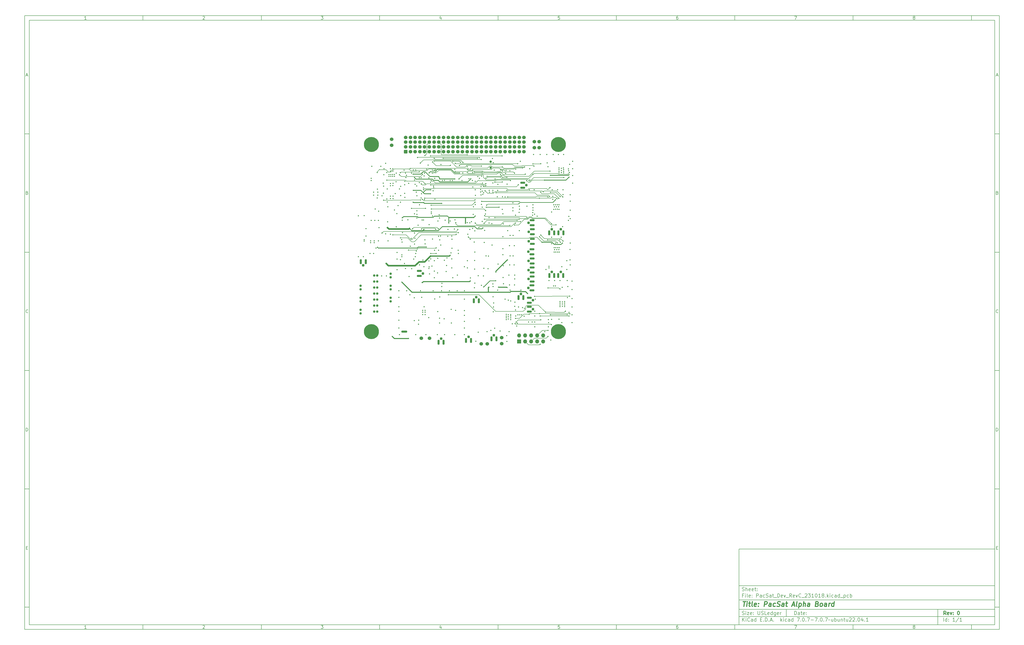
<source format=gbr>
%TF.GenerationSoftware,KiCad,Pcbnew,7.0.7-7.0.7~ubuntu22.04.1*%
%TF.CreationDate,2023-10-23T19:06:16-05:00*%
%TF.ProjectId,PacSat_Dev_RevC_231018,50616353-6174-45f4-9465-765f52657643,0*%
%TF.SameCoordinates,Original*%
%TF.FileFunction,Copper,L3,Inr*%
%TF.FilePolarity,Positive*%
%FSLAX46Y46*%
G04 Gerber Fmt 4.6, Leading zero omitted, Abs format (unit mm)*
G04 Created by KiCad (PCBNEW 7.0.7-7.0.7~ubuntu22.04.1) date 2023-10-23 19:06:16*
%MOMM*%
%LPD*%
G01*
G04 APERTURE LIST*
G04 Aperture macros list*
%AMRoundRect*
0 Rectangle with rounded corners*
0 $1 Rounding radius*
0 $2 $3 $4 $5 $6 $7 $8 $9 X,Y pos of 4 corners*
0 Add a 4 corners polygon primitive as box body*
4,1,4,$2,$3,$4,$5,$6,$7,$8,$9,$2,$3,0*
0 Add four circle primitives for the rounded corners*
1,1,$1+$1,$2,$3*
1,1,$1+$1,$4,$5*
1,1,$1+$1,$6,$7*
1,1,$1+$1,$8,$9*
0 Add four rect primitives between the rounded corners*
20,1,$1+$1,$2,$3,$4,$5,0*
20,1,$1+$1,$4,$5,$6,$7,0*
20,1,$1+$1,$6,$7,$8,$9,0*
20,1,$1+$1,$8,$9,$2,$3,0*%
G04 Aperture macros list end*
%ADD10C,0.100000*%
%ADD11C,0.150000*%
%ADD12C,0.300000*%
%ADD13C,0.400000*%
%TA.AperFunction,ComponentPad*%
%ADD14C,1.524000*%
%TD*%
%TA.AperFunction,ComponentPad*%
%ADD15C,6.350000*%
%TD*%
%TA.AperFunction,ComponentPad*%
%ADD16RoundRect,0.290840X-0.471160X-0.471160X0.471160X-0.471160X0.471160X0.471160X-0.471160X0.471160X0*%
%TD*%
%TA.AperFunction,ComponentPad*%
%ADD17C,1.016000*%
%TD*%
%TA.AperFunction,ComponentPad*%
%ADD18O,2.540000X0.889000*%
%TD*%
%TA.AperFunction,ComponentPad*%
%ADD19C,1.000000*%
%TD*%
%TA.AperFunction,ComponentPad*%
%ADD20R,1.700000X1.700000*%
%TD*%
%TA.AperFunction,ComponentPad*%
%ADD21O,1.700000X1.700000*%
%TD*%
%TA.AperFunction,ComponentPad*%
%ADD22RoundRect,0.254000X0.254000X-0.254000X0.254000X0.254000X-0.254000X0.254000X-0.254000X-0.254000X0*%
%TD*%
%TA.AperFunction,ComponentPad*%
%ADD23RoundRect,0.200000X0.200000X-0.800000X0.200000X0.800000X-0.200000X0.800000X-0.200000X-0.800000X0*%
%TD*%
%TA.AperFunction,ComponentPad*%
%ADD24RoundRect,0.254000X0.254000X0.254000X-0.254000X0.254000X-0.254000X-0.254000X0.254000X-0.254000X0*%
%TD*%
%TA.AperFunction,ComponentPad*%
%ADD25RoundRect,0.200000X0.800000X0.200000X-0.800000X0.200000X-0.800000X-0.200000X0.800000X-0.200000X0*%
%TD*%
%TA.AperFunction,ComponentPad*%
%ADD26RoundRect,0.254000X-0.254000X0.254000X-0.254000X-0.254000X0.254000X-0.254000X0.254000X0.254000X0*%
%TD*%
%TA.AperFunction,ComponentPad*%
%ADD27RoundRect,0.200000X-0.200000X0.800000X-0.200000X-0.800000X0.200000X-0.800000X0.200000X0.800000X0*%
%TD*%
%TA.AperFunction,ComponentPad*%
%ADD28RoundRect,0.254000X-0.254000X-0.254000X0.254000X-0.254000X0.254000X0.254000X-0.254000X0.254000X0*%
%TD*%
%TA.AperFunction,ComponentPad*%
%ADD29RoundRect,0.200000X-0.800000X-0.200000X0.800000X-0.200000X0.800000X0.200000X-0.800000X0.200000X0*%
%TD*%
%TA.AperFunction,ViaPad*%
%ADD30C,0.508000*%
%TD*%
%TA.AperFunction,Conductor*%
%ADD31C,0.330200*%
%TD*%
%TA.AperFunction,Conductor*%
%ADD32C,0.381000*%
%TD*%
%TA.AperFunction,Conductor*%
%ADD33C,0.152400*%
%TD*%
%TA.AperFunction,Conductor*%
%ADD34C,0.304800*%
%TD*%
%TA.AperFunction,Conductor*%
%ADD35C,0.127000*%
%TD*%
%TA.AperFunction,Conductor*%
%ADD36C,0.635000*%
%TD*%
%TA.AperFunction,Conductor*%
%ADD37C,0.203200*%
%TD*%
%TA.AperFunction,Conductor*%
%ADD38C,0.254000*%
%TD*%
%TA.AperFunction,Conductor*%
%ADD39C,0.508000*%
%TD*%
G04 APERTURE END LIST*
D10*
D11*
X311800000Y-235400000D02*
X419800000Y-235400000D01*
X419800000Y-267400000D01*
X311800000Y-267400000D01*
X311800000Y-235400000D01*
D10*
D11*
X10000000Y-10000000D02*
X421800000Y-10000000D01*
X421800000Y-269400000D01*
X10000000Y-269400000D01*
X10000000Y-10000000D01*
D10*
D11*
X12000000Y-12000000D02*
X419800000Y-12000000D01*
X419800000Y-267400000D01*
X12000000Y-267400000D01*
X12000000Y-12000000D01*
D10*
D11*
X60000000Y-12000000D02*
X60000000Y-10000000D01*
D10*
D11*
X110000000Y-12000000D02*
X110000000Y-10000000D01*
D10*
D11*
X160000000Y-12000000D02*
X160000000Y-10000000D01*
D10*
D11*
X210000000Y-12000000D02*
X210000000Y-10000000D01*
D10*
D11*
X260000000Y-12000000D02*
X260000000Y-10000000D01*
D10*
D11*
X310000000Y-12000000D02*
X310000000Y-10000000D01*
D10*
D11*
X360000000Y-12000000D02*
X360000000Y-10000000D01*
D10*
D11*
X410000000Y-12000000D02*
X410000000Y-10000000D01*
D10*
D11*
X36089160Y-11593604D02*
X35346303Y-11593604D01*
X35717731Y-11593604D02*
X35717731Y-10293604D01*
X35717731Y-10293604D02*
X35593922Y-10479319D01*
X35593922Y-10479319D02*
X35470112Y-10603128D01*
X35470112Y-10603128D02*
X35346303Y-10665033D01*
D10*
D11*
X85346303Y-10417414D02*
X85408207Y-10355509D01*
X85408207Y-10355509D02*
X85532017Y-10293604D01*
X85532017Y-10293604D02*
X85841541Y-10293604D01*
X85841541Y-10293604D02*
X85965350Y-10355509D01*
X85965350Y-10355509D02*
X86027255Y-10417414D01*
X86027255Y-10417414D02*
X86089160Y-10541223D01*
X86089160Y-10541223D02*
X86089160Y-10665033D01*
X86089160Y-10665033D02*
X86027255Y-10850747D01*
X86027255Y-10850747D02*
X85284398Y-11593604D01*
X85284398Y-11593604D02*
X86089160Y-11593604D01*
D10*
D11*
X135284398Y-10293604D02*
X136089160Y-10293604D01*
X136089160Y-10293604D02*
X135655826Y-10788842D01*
X135655826Y-10788842D02*
X135841541Y-10788842D01*
X135841541Y-10788842D02*
X135965350Y-10850747D01*
X135965350Y-10850747D02*
X136027255Y-10912652D01*
X136027255Y-10912652D02*
X136089160Y-11036461D01*
X136089160Y-11036461D02*
X136089160Y-11345985D01*
X136089160Y-11345985D02*
X136027255Y-11469795D01*
X136027255Y-11469795D02*
X135965350Y-11531700D01*
X135965350Y-11531700D02*
X135841541Y-11593604D01*
X135841541Y-11593604D02*
X135470112Y-11593604D01*
X135470112Y-11593604D02*
X135346303Y-11531700D01*
X135346303Y-11531700D02*
X135284398Y-11469795D01*
D10*
D11*
X185965350Y-10726938D02*
X185965350Y-11593604D01*
X185655826Y-10231700D02*
X185346303Y-11160271D01*
X185346303Y-11160271D02*
X186151064Y-11160271D01*
D10*
D11*
X236027255Y-10293604D02*
X235408207Y-10293604D01*
X235408207Y-10293604D02*
X235346303Y-10912652D01*
X235346303Y-10912652D02*
X235408207Y-10850747D01*
X235408207Y-10850747D02*
X235532017Y-10788842D01*
X235532017Y-10788842D02*
X235841541Y-10788842D01*
X235841541Y-10788842D02*
X235965350Y-10850747D01*
X235965350Y-10850747D02*
X236027255Y-10912652D01*
X236027255Y-10912652D02*
X236089160Y-11036461D01*
X236089160Y-11036461D02*
X236089160Y-11345985D01*
X236089160Y-11345985D02*
X236027255Y-11469795D01*
X236027255Y-11469795D02*
X235965350Y-11531700D01*
X235965350Y-11531700D02*
X235841541Y-11593604D01*
X235841541Y-11593604D02*
X235532017Y-11593604D01*
X235532017Y-11593604D02*
X235408207Y-11531700D01*
X235408207Y-11531700D02*
X235346303Y-11469795D01*
D10*
D11*
X285965350Y-10293604D02*
X285717731Y-10293604D01*
X285717731Y-10293604D02*
X285593922Y-10355509D01*
X285593922Y-10355509D02*
X285532017Y-10417414D01*
X285532017Y-10417414D02*
X285408207Y-10603128D01*
X285408207Y-10603128D02*
X285346303Y-10850747D01*
X285346303Y-10850747D02*
X285346303Y-11345985D01*
X285346303Y-11345985D02*
X285408207Y-11469795D01*
X285408207Y-11469795D02*
X285470112Y-11531700D01*
X285470112Y-11531700D02*
X285593922Y-11593604D01*
X285593922Y-11593604D02*
X285841541Y-11593604D01*
X285841541Y-11593604D02*
X285965350Y-11531700D01*
X285965350Y-11531700D02*
X286027255Y-11469795D01*
X286027255Y-11469795D02*
X286089160Y-11345985D01*
X286089160Y-11345985D02*
X286089160Y-11036461D01*
X286089160Y-11036461D02*
X286027255Y-10912652D01*
X286027255Y-10912652D02*
X285965350Y-10850747D01*
X285965350Y-10850747D02*
X285841541Y-10788842D01*
X285841541Y-10788842D02*
X285593922Y-10788842D01*
X285593922Y-10788842D02*
X285470112Y-10850747D01*
X285470112Y-10850747D02*
X285408207Y-10912652D01*
X285408207Y-10912652D02*
X285346303Y-11036461D01*
D10*
D11*
X335284398Y-10293604D02*
X336151064Y-10293604D01*
X336151064Y-10293604D02*
X335593922Y-11593604D01*
D10*
D11*
X385593922Y-10850747D02*
X385470112Y-10788842D01*
X385470112Y-10788842D02*
X385408207Y-10726938D01*
X385408207Y-10726938D02*
X385346303Y-10603128D01*
X385346303Y-10603128D02*
X385346303Y-10541223D01*
X385346303Y-10541223D02*
X385408207Y-10417414D01*
X385408207Y-10417414D02*
X385470112Y-10355509D01*
X385470112Y-10355509D02*
X385593922Y-10293604D01*
X385593922Y-10293604D02*
X385841541Y-10293604D01*
X385841541Y-10293604D02*
X385965350Y-10355509D01*
X385965350Y-10355509D02*
X386027255Y-10417414D01*
X386027255Y-10417414D02*
X386089160Y-10541223D01*
X386089160Y-10541223D02*
X386089160Y-10603128D01*
X386089160Y-10603128D02*
X386027255Y-10726938D01*
X386027255Y-10726938D02*
X385965350Y-10788842D01*
X385965350Y-10788842D02*
X385841541Y-10850747D01*
X385841541Y-10850747D02*
X385593922Y-10850747D01*
X385593922Y-10850747D02*
X385470112Y-10912652D01*
X385470112Y-10912652D02*
X385408207Y-10974557D01*
X385408207Y-10974557D02*
X385346303Y-11098366D01*
X385346303Y-11098366D02*
X385346303Y-11345985D01*
X385346303Y-11345985D02*
X385408207Y-11469795D01*
X385408207Y-11469795D02*
X385470112Y-11531700D01*
X385470112Y-11531700D02*
X385593922Y-11593604D01*
X385593922Y-11593604D02*
X385841541Y-11593604D01*
X385841541Y-11593604D02*
X385965350Y-11531700D01*
X385965350Y-11531700D02*
X386027255Y-11469795D01*
X386027255Y-11469795D02*
X386089160Y-11345985D01*
X386089160Y-11345985D02*
X386089160Y-11098366D01*
X386089160Y-11098366D02*
X386027255Y-10974557D01*
X386027255Y-10974557D02*
X385965350Y-10912652D01*
X385965350Y-10912652D02*
X385841541Y-10850747D01*
D10*
D11*
X60000000Y-267400000D02*
X60000000Y-269400000D01*
D10*
D11*
X110000000Y-267400000D02*
X110000000Y-269400000D01*
D10*
D11*
X160000000Y-267400000D02*
X160000000Y-269400000D01*
D10*
D11*
X210000000Y-267400000D02*
X210000000Y-269400000D01*
D10*
D11*
X260000000Y-267400000D02*
X260000000Y-269400000D01*
D10*
D11*
X310000000Y-267400000D02*
X310000000Y-269400000D01*
D10*
D11*
X360000000Y-267400000D02*
X360000000Y-269400000D01*
D10*
D11*
X410000000Y-267400000D02*
X410000000Y-269400000D01*
D10*
D11*
X36089160Y-268993604D02*
X35346303Y-268993604D01*
X35717731Y-268993604D02*
X35717731Y-267693604D01*
X35717731Y-267693604D02*
X35593922Y-267879319D01*
X35593922Y-267879319D02*
X35470112Y-268003128D01*
X35470112Y-268003128D02*
X35346303Y-268065033D01*
D10*
D11*
X85346303Y-267817414D02*
X85408207Y-267755509D01*
X85408207Y-267755509D02*
X85532017Y-267693604D01*
X85532017Y-267693604D02*
X85841541Y-267693604D01*
X85841541Y-267693604D02*
X85965350Y-267755509D01*
X85965350Y-267755509D02*
X86027255Y-267817414D01*
X86027255Y-267817414D02*
X86089160Y-267941223D01*
X86089160Y-267941223D02*
X86089160Y-268065033D01*
X86089160Y-268065033D02*
X86027255Y-268250747D01*
X86027255Y-268250747D02*
X85284398Y-268993604D01*
X85284398Y-268993604D02*
X86089160Y-268993604D01*
D10*
D11*
X135284398Y-267693604D02*
X136089160Y-267693604D01*
X136089160Y-267693604D02*
X135655826Y-268188842D01*
X135655826Y-268188842D02*
X135841541Y-268188842D01*
X135841541Y-268188842D02*
X135965350Y-268250747D01*
X135965350Y-268250747D02*
X136027255Y-268312652D01*
X136027255Y-268312652D02*
X136089160Y-268436461D01*
X136089160Y-268436461D02*
X136089160Y-268745985D01*
X136089160Y-268745985D02*
X136027255Y-268869795D01*
X136027255Y-268869795D02*
X135965350Y-268931700D01*
X135965350Y-268931700D02*
X135841541Y-268993604D01*
X135841541Y-268993604D02*
X135470112Y-268993604D01*
X135470112Y-268993604D02*
X135346303Y-268931700D01*
X135346303Y-268931700D02*
X135284398Y-268869795D01*
D10*
D11*
X185965350Y-268126938D02*
X185965350Y-268993604D01*
X185655826Y-267631700D02*
X185346303Y-268560271D01*
X185346303Y-268560271D02*
X186151064Y-268560271D01*
D10*
D11*
X236027255Y-267693604D02*
X235408207Y-267693604D01*
X235408207Y-267693604D02*
X235346303Y-268312652D01*
X235346303Y-268312652D02*
X235408207Y-268250747D01*
X235408207Y-268250747D02*
X235532017Y-268188842D01*
X235532017Y-268188842D02*
X235841541Y-268188842D01*
X235841541Y-268188842D02*
X235965350Y-268250747D01*
X235965350Y-268250747D02*
X236027255Y-268312652D01*
X236027255Y-268312652D02*
X236089160Y-268436461D01*
X236089160Y-268436461D02*
X236089160Y-268745985D01*
X236089160Y-268745985D02*
X236027255Y-268869795D01*
X236027255Y-268869795D02*
X235965350Y-268931700D01*
X235965350Y-268931700D02*
X235841541Y-268993604D01*
X235841541Y-268993604D02*
X235532017Y-268993604D01*
X235532017Y-268993604D02*
X235408207Y-268931700D01*
X235408207Y-268931700D02*
X235346303Y-268869795D01*
D10*
D11*
X285965350Y-267693604D02*
X285717731Y-267693604D01*
X285717731Y-267693604D02*
X285593922Y-267755509D01*
X285593922Y-267755509D02*
X285532017Y-267817414D01*
X285532017Y-267817414D02*
X285408207Y-268003128D01*
X285408207Y-268003128D02*
X285346303Y-268250747D01*
X285346303Y-268250747D02*
X285346303Y-268745985D01*
X285346303Y-268745985D02*
X285408207Y-268869795D01*
X285408207Y-268869795D02*
X285470112Y-268931700D01*
X285470112Y-268931700D02*
X285593922Y-268993604D01*
X285593922Y-268993604D02*
X285841541Y-268993604D01*
X285841541Y-268993604D02*
X285965350Y-268931700D01*
X285965350Y-268931700D02*
X286027255Y-268869795D01*
X286027255Y-268869795D02*
X286089160Y-268745985D01*
X286089160Y-268745985D02*
X286089160Y-268436461D01*
X286089160Y-268436461D02*
X286027255Y-268312652D01*
X286027255Y-268312652D02*
X285965350Y-268250747D01*
X285965350Y-268250747D02*
X285841541Y-268188842D01*
X285841541Y-268188842D02*
X285593922Y-268188842D01*
X285593922Y-268188842D02*
X285470112Y-268250747D01*
X285470112Y-268250747D02*
X285408207Y-268312652D01*
X285408207Y-268312652D02*
X285346303Y-268436461D01*
D10*
D11*
X335284398Y-267693604D02*
X336151064Y-267693604D01*
X336151064Y-267693604D02*
X335593922Y-268993604D01*
D10*
D11*
X385593922Y-268250747D02*
X385470112Y-268188842D01*
X385470112Y-268188842D02*
X385408207Y-268126938D01*
X385408207Y-268126938D02*
X385346303Y-268003128D01*
X385346303Y-268003128D02*
X385346303Y-267941223D01*
X385346303Y-267941223D02*
X385408207Y-267817414D01*
X385408207Y-267817414D02*
X385470112Y-267755509D01*
X385470112Y-267755509D02*
X385593922Y-267693604D01*
X385593922Y-267693604D02*
X385841541Y-267693604D01*
X385841541Y-267693604D02*
X385965350Y-267755509D01*
X385965350Y-267755509D02*
X386027255Y-267817414D01*
X386027255Y-267817414D02*
X386089160Y-267941223D01*
X386089160Y-267941223D02*
X386089160Y-268003128D01*
X386089160Y-268003128D02*
X386027255Y-268126938D01*
X386027255Y-268126938D02*
X385965350Y-268188842D01*
X385965350Y-268188842D02*
X385841541Y-268250747D01*
X385841541Y-268250747D02*
X385593922Y-268250747D01*
X385593922Y-268250747D02*
X385470112Y-268312652D01*
X385470112Y-268312652D02*
X385408207Y-268374557D01*
X385408207Y-268374557D02*
X385346303Y-268498366D01*
X385346303Y-268498366D02*
X385346303Y-268745985D01*
X385346303Y-268745985D02*
X385408207Y-268869795D01*
X385408207Y-268869795D02*
X385470112Y-268931700D01*
X385470112Y-268931700D02*
X385593922Y-268993604D01*
X385593922Y-268993604D02*
X385841541Y-268993604D01*
X385841541Y-268993604D02*
X385965350Y-268931700D01*
X385965350Y-268931700D02*
X386027255Y-268869795D01*
X386027255Y-268869795D02*
X386089160Y-268745985D01*
X386089160Y-268745985D02*
X386089160Y-268498366D01*
X386089160Y-268498366D02*
X386027255Y-268374557D01*
X386027255Y-268374557D02*
X385965350Y-268312652D01*
X385965350Y-268312652D02*
X385841541Y-268250747D01*
D10*
D11*
X10000000Y-60000000D02*
X12000000Y-60000000D01*
D10*
D11*
X10000000Y-110000000D02*
X12000000Y-110000000D01*
D10*
D11*
X10000000Y-160000000D02*
X12000000Y-160000000D01*
D10*
D11*
X10000000Y-210000000D02*
X12000000Y-210000000D01*
D10*
D11*
X10000000Y-260000000D02*
X12000000Y-260000000D01*
D10*
D11*
X10690476Y-35222176D02*
X11309523Y-35222176D01*
X10566666Y-35593604D02*
X10999999Y-34293604D01*
X10999999Y-34293604D02*
X11433333Y-35593604D01*
D10*
D11*
X11092857Y-84912652D02*
X11278571Y-84974557D01*
X11278571Y-84974557D02*
X11340476Y-85036461D01*
X11340476Y-85036461D02*
X11402380Y-85160271D01*
X11402380Y-85160271D02*
X11402380Y-85345985D01*
X11402380Y-85345985D02*
X11340476Y-85469795D01*
X11340476Y-85469795D02*
X11278571Y-85531700D01*
X11278571Y-85531700D02*
X11154761Y-85593604D01*
X11154761Y-85593604D02*
X10659523Y-85593604D01*
X10659523Y-85593604D02*
X10659523Y-84293604D01*
X10659523Y-84293604D02*
X11092857Y-84293604D01*
X11092857Y-84293604D02*
X11216666Y-84355509D01*
X11216666Y-84355509D02*
X11278571Y-84417414D01*
X11278571Y-84417414D02*
X11340476Y-84541223D01*
X11340476Y-84541223D02*
X11340476Y-84665033D01*
X11340476Y-84665033D02*
X11278571Y-84788842D01*
X11278571Y-84788842D02*
X11216666Y-84850747D01*
X11216666Y-84850747D02*
X11092857Y-84912652D01*
X11092857Y-84912652D02*
X10659523Y-84912652D01*
D10*
D11*
X11402380Y-135469795D02*
X11340476Y-135531700D01*
X11340476Y-135531700D02*
X11154761Y-135593604D01*
X11154761Y-135593604D02*
X11030952Y-135593604D01*
X11030952Y-135593604D02*
X10845238Y-135531700D01*
X10845238Y-135531700D02*
X10721428Y-135407890D01*
X10721428Y-135407890D02*
X10659523Y-135284080D01*
X10659523Y-135284080D02*
X10597619Y-135036461D01*
X10597619Y-135036461D02*
X10597619Y-134850747D01*
X10597619Y-134850747D02*
X10659523Y-134603128D01*
X10659523Y-134603128D02*
X10721428Y-134479319D01*
X10721428Y-134479319D02*
X10845238Y-134355509D01*
X10845238Y-134355509D02*
X11030952Y-134293604D01*
X11030952Y-134293604D02*
X11154761Y-134293604D01*
X11154761Y-134293604D02*
X11340476Y-134355509D01*
X11340476Y-134355509D02*
X11402380Y-134417414D01*
D10*
D11*
X10659523Y-185593604D02*
X10659523Y-184293604D01*
X10659523Y-184293604D02*
X10969047Y-184293604D01*
X10969047Y-184293604D02*
X11154761Y-184355509D01*
X11154761Y-184355509D02*
X11278571Y-184479319D01*
X11278571Y-184479319D02*
X11340476Y-184603128D01*
X11340476Y-184603128D02*
X11402380Y-184850747D01*
X11402380Y-184850747D02*
X11402380Y-185036461D01*
X11402380Y-185036461D02*
X11340476Y-185284080D01*
X11340476Y-185284080D02*
X11278571Y-185407890D01*
X11278571Y-185407890D02*
X11154761Y-185531700D01*
X11154761Y-185531700D02*
X10969047Y-185593604D01*
X10969047Y-185593604D02*
X10659523Y-185593604D01*
D10*
D11*
X10721428Y-234912652D02*
X11154762Y-234912652D01*
X11340476Y-235593604D02*
X10721428Y-235593604D01*
X10721428Y-235593604D02*
X10721428Y-234293604D01*
X10721428Y-234293604D02*
X11340476Y-234293604D01*
D10*
D11*
X421800000Y-60000000D02*
X419800000Y-60000000D01*
D10*
D11*
X421800000Y-110000000D02*
X419800000Y-110000000D01*
D10*
D11*
X421800000Y-160000000D02*
X419800000Y-160000000D01*
D10*
D11*
X421800000Y-210000000D02*
X419800000Y-210000000D01*
D10*
D11*
X421800000Y-260000000D02*
X419800000Y-260000000D01*
D10*
D11*
X420490476Y-35222176D02*
X421109523Y-35222176D01*
X420366666Y-35593604D02*
X420799999Y-34293604D01*
X420799999Y-34293604D02*
X421233333Y-35593604D01*
D10*
D11*
X420892857Y-84912652D02*
X421078571Y-84974557D01*
X421078571Y-84974557D02*
X421140476Y-85036461D01*
X421140476Y-85036461D02*
X421202380Y-85160271D01*
X421202380Y-85160271D02*
X421202380Y-85345985D01*
X421202380Y-85345985D02*
X421140476Y-85469795D01*
X421140476Y-85469795D02*
X421078571Y-85531700D01*
X421078571Y-85531700D02*
X420954761Y-85593604D01*
X420954761Y-85593604D02*
X420459523Y-85593604D01*
X420459523Y-85593604D02*
X420459523Y-84293604D01*
X420459523Y-84293604D02*
X420892857Y-84293604D01*
X420892857Y-84293604D02*
X421016666Y-84355509D01*
X421016666Y-84355509D02*
X421078571Y-84417414D01*
X421078571Y-84417414D02*
X421140476Y-84541223D01*
X421140476Y-84541223D02*
X421140476Y-84665033D01*
X421140476Y-84665033D02*
X421078571Y-84788842D01*
X421078571Y-84788842D02*
X421016666Y-84850747D01*
X421016666Y-84850747D02*
X420892857Y-84912652D01*
X420892857Y-84912652D02*
X420459523Y-84912652D01*
D10*
D11*
X421202380Y-135469795D02*
X421140476Y-135531700D01*
X421140476Y-135531700D02*
X420954761Y-135593604D01*
X420954761Y-135593604D02*
X420830952Y-135593604D01*
X420830952Y-135593604D02*
X420645238Y-135531700D01*
X420645238Y-135531700D02*
X420521428Y-135407890D01*
X420521428Y-135407890D02*
X420459523Y-135284080D01*
X420459523Y-135284080D02*
X420397619Y-135036461D01*
X420397619Y-135036461D02*
X420397619Y-134850747D01*
X420397619Y-134850747D02*
X420459523Y-134603128D01*
X420459523Y-134603128D02*
X420521428Y-134479319D01*
X420521428Y-134479319D02*
X420645238Y-134355509D01*
X420645238Y-134355509D02*
X420830952Y-134293604D01*
X420830952Y-134293604D02*
X420954761Y-134293604D01*
X420954761Y-134293604D02*
X421140476Y-134355509D01*
X421140476Y-134355509D02*
X421202380Y-134417414D01*
D10*
D11*
X420459523Y-185593604D02*
X420459523Y-184293604D01*
X420459523Y-184293604D02*
X420769047Y-184293604D01*
X420769047Y-184293604D02*
X420954761Y-184355509D01*
X420954761Y-184355509D02*
X421078571Y-184479319D01*
X421078571Y-184479319D02*
X421140476Y-184603128D01*
X421140476Y-184603128D02*
X421202380Y-184850747D01*
X421202380Y-184850747D02*
X421202380Y-185036461D01*
X421202380Y-185036461D02*
X421140476Y-185284080D01*
X421140476Y-185284080D02*
X421078571Y-185407890D01*
X421078571Y-185407890D02*
X420954761Y-185531700D01*
X420954761Y-185531700D02*
X420769047Y-185593604D01*
X420769047Y-185593604D02*
X420459523Y-185593604D01*
D10*
D11*
X420521428Y-234912652D02*
X420954762Y-234912652D01*
X421140476Y-235593604D02*
X420521428Y-235593604D01*
X420521428Y-235593604D02*
X420521428Y-234293604D01*
X420521428Y-234293604D02*
X421140476Y-234293604D01*
D10*
D11*
X335255826Y-263186128D02*
X335255826Y-261686128D01*
X335255826Y-261686128D02*
X335612969Y-261686128D01*
X335612969Y-261686128D02*
X335827255Y-261757557D01*
X335827255Y-261757557D02*
X335970112Y-261900414D01*
X335970112Y-261900414D02*
X336041541Y-262043271D01*
X336041541Y-262043271D02*
X336112969Y-262328985D01*
X336112969Y-262328985D02*
X336112969Y-262543271D01*
X336112969Y-262543271D02*
X336041541Y-262828985D01*
X336041541Y-262828985D02*
X335970112Y-262971842D01*
X335970112Y-262971842D02*
X335827255Y-263114700D01*
X335827255Y-263114700D02*
X335612969Y-263186128D01*
X335612969Y-263186128D02*
X335255826Y-263186128D01*
X337398684Y-263186128D02*
X337398684Y-262400414D01*
X337398684Y-262400414D02*
X337327255Y-262257557D01*
X337327255Y-262257557D02*
X337184398Y-262186128D01*
X337184398Y-262186128D02*
X336898684Y-262186128D01*
X336898684Y-262186128D02*
X336755826Y-262257557D01*
X337398684Y-263114700D02*
X337255826Y-263186128D01*
X337255826Y-263186128D02*
X336898684Y-263186128D01*
X336898684Y-263186128D02*
X336755826Y-263114700D01*
X336755826Y-263114700D02*
X336684398Y-262971842D01*
X336684398Y-262971842D02*
X336684398Y-262828985D01*
X336684398Y-262828985D02*
X336755826Y-262686128D01*
X336755826Y-262686128D02*
X336898684Y-262614700D01*
X336898684Y-262614700D02*
X337255826Y-262614700D01*
X337255826Y-262614700D02*
X337398684Y-262543271D01*
X337898684Y-262186128D02*
X338470112Y-262186128D01*
X338112969Y-261686128D02*
X338112969Y-262971842D01*
X338112969Y-262971842D02*
X338184398Y-263114700D01*
X338184398Y-263114700D02*
X338327255Y-263186128D01*
X338327255Y-263186128D02*
X338470112Y-263186128D01*
X339541541Y-263114700D02*
X339398684Y-263186128D01*
X339398684Y-263186128D02*
X339112970Y-263186128D01*
X339112970Y-263186128D02*
X338970112Y-263114700D01*
X338970112Y-263114700D02*
X338898684Y-262971842D01*
X338898684Y-262971842D02*
X338898684Y-262400414D01*
X338898684Y-262400414D02*
X338970112Y-262257557D01*
X338970112Y-262257557D02*
X339112970Y-262186128D01*
X339112970Y-262186128D02*
X339398684Y-262186128D01*
X339398684Y-262186128D02*
X339541541Y-262257557D01*
X339541541Y-262257557D02*
X339612970Y-262400414D01*
X339612970Y-262400414D02*
X339612970Y-262543271D01*
X339612970Y-262543271D02*
X338898684Y-262686128D01*
X340255826Y-263043271D02*
X340327255Y-263114700D01*
X340327255Y-263114700D02*
X340255826Y-263186128D01*
X340255826Y-263186128D02*
X340184398Y-263114700D01*
X340184398Y-263114700D02*
X340255826Y-263043271D01*
X340255826Y-263043271D02*
X340255826Y-263186128D01*
X340255826Y-262257557D02*
X340327255Y-262328985D01*
X340327255Y-262328985D02*
X340255826Y-262400414D01*
X340255826Y-262400414D02*
X340184398Y-262328985D01*
X340184398Y-262328985D02*
X340255826Y-262257557D01*
X340255826Y-262257557D02*
X340255826Y-262400414D01*
D10*
D11*
X311800000Y-263900000D02*
X419800000Y-263900000D01*
D10*
D11*
X313255826Y-265986128D02*
X313255826Y-264486128D01*
X314112969Y-265986128D02*
X313470112Y-265128985D01*
X314112969Y-264486128D02*
X313255826Y-265343271D01*
X314755826Y-265986128D02*
X314755826Y-264986128D01*
X314755826Y-264486128D02*
X314684398Y-264557557D01*
X314684398Y-264557557D02*
X314755826Y-264628985D01*
X314755826Y-264628985D02*
X314827255Y-264557557D01*
X314827255Y-264557557D02*
X314755826Y-264486128D01*
X314755826Y-264486128D02*
X314755826Y-264628985D01*
X316327255Y-265843271D02*
X316255827Y-265914700D01*
X316255827Y-265914700D02*
X316041541Y-265986128D01*
X316041541Y-265986128D02*
X315898684Y-265986128D01*
X315898684Y-265986128D02*
X315684398Y-265914700D01*
X315684398Y-265914700D02*
X315541541Y-265771842D01*
X315541541Y-265771842D02*
X315470112Y-265628985D01*
X315470112Y-265628985D02*
X315398684Y-265343271D01*
X315398684Y-265343271D02*
X315398684Y-265128985D01*
X315398684Y-265128985D02*
X315470112Y-264843271D01*
X315470112Y-264843271D02*
X315541541Y-264700414D01*
X315541541Y-264700414D02*
X315684398Y-264557557D01*
X315684398Y-264557557D02*
X315898684Y-264486128D01*
X315898684Y-264486128D02*
X316041541Y-264486128D01*
X316041541Y-264486128D02*
X316255827Y-264557557D01*
X316255827Y-264557557D02*
X316327255Y-264628985D01*
X317612970Y-265986128D02*
X317612970Y-265200414D01*
X317612970Y-265200414D02*
X317541541Y-265057557D01*
X317541541Y-265057557D02*
X317398684Y-264986128D01*
X317398684Y-264986128D02*
X317112970Y-264986128D01*
X317112970Y-264986128D02*
X316970112Y-265057557D01*
X317612970Y-265914700D02*
X317470112Y-265986128D01*
X317470112Y-265986128D02*
X317112970Y-265986128D01*
X317112970Y-265986128D02*
X316970112Y-265914700D01*
X316970112Y-265914700D02*
X316898684Y-265771842D01*
X316898684Y-265771842D02*
X316898684Y-265628985D01*
X316898684Y-265628985D02*
X316970112Y-265486128D01*
X316970112Y-265486128D02*
X317112970Y-265414700D01*
X317112970Y-265414700D02*
X317470112Y-265414700D01*
X317470112Y-265414700D02*
X317612970Y-265343271D01*
X318970113Y-265986128D02*
X318970113Y-264486128D01*
X318970113Y-265914700D02*
X318827255Y-265986128D01*
X318827255Y-265986128D02*
X318541541Y-265986128D01*
X318541541Y-265986128D02*
X318398684Y-265914700D01*
X318398684Y-265914700D02*
X318327255Y-265843271D01*
X318327255Y-265843271D02*
X318255827Y-265700414D01*
X318255827Y-265700414D02*
X318255827Y-265271842D01*
X318255827Y-265271842D02*
X318327255Y-265128985D01*
X318327255Y-265128985D02*
X318398684Y-265057557D01*
X318398684Y-265057557D02*
X318541541Y-264986128D01*
X318541541Y-264986128D02*
X318827255Y-264986128D01*
X318827255Y-264986128D02*
X318970113Y-265057557D01*
X320827255Y-265200414D02*
X321327255Y-265200414D01*
X321541541Y-265986128D02*
X320827255Y-265986128D01*
X320827255Y-265986128D02*
X320827255Y-264486128D01*
X320827255Y-264486128D02*
X321541541Y-264486128D01*
X322184398Y-265843271D02*
X322255827Y-265914700D01*
X322255827Y-265914700D02*
X322184398Y-265986128D01*
X322184398Y-265986128D02*
X322112970Y-265914700D01*
X322112970Y-265914700D02*
X322184398Y-265843271D01*
X322184398Y-265843271D02*
X322184398Y-265986128D01*
X322898684Y-265986128D02*
X322898684Y-264486128D01*
X322898684Y-264486128D02*
X323255827Y-264486128D01*
X323255827Y-264486128D02*
X323470113Y-264557557D01*
X323470113Y-264557557D02*
X323612970Y-264700414D01*
X323612970Y-264700414D02*
X323684399Y-264843271D01*
X323684399Y-264843271D02*
X323755827Y-265128985D01*
X323755827Y-265128985D02*
X323755827Y-265343271D01*
X323755827Y-265343271D02*
X323684399Y-265628985D01*
X323684399Y-265628985D02*
X323612970Y-265771842D01*
X323612970Y-265771842D02*
X323470113Y-265914700D01*
X323470113Y-265914700D02*
X323255827Y-265986128D01*
X323255827Y-265986128D02*
X322898684Y-265986128D01*
X324398684Y-265843271D02*
X324470113Y-265914700D01*
X324470113Y-265914700D02*
X324398684Y-265986128D01*
X324398684Y-265986128D02*
X324327256Y-265914700D01*
X324327256Y-265914700D02*
X324398684Y-265843271D01*
X324398684Y-265843271D02*
X324398684Y-265986128D01*
X325041542Y-265557557D02*
X325755828Y-265557557D01*
X324898685Y-265986128D02*
X325398685Y-264486128D01*
X325398685Y-264486128D02*
X325898685Y-265986128D01*
X326398684Y-265843271D02*
X326470113Y-265914700D01*
X326470113Y-265914700D02*
X326398684Y-265986128D01*
X326398684Y-265986128D02*
X326327256Y-265914700D01*
X326327256Y-265914700D02*
X326398684Y-265843271D01*
X326398684Y-265843271D02*
X326398684Y-265986128D01*
X329398684Y-265986128D02*
X329398684Y-264486128D01*
X329541542Y-265414700D02*
X329970113Y-265986128D01*
X329970113Y-264986128D02*
X329398684Y-265557557D01*
X330612970Y-265986128D02*
X330612970Y-264986128D01*
X330612970Y-264486128D02*
X330541542Y-264557557D01*
X330541542Y-264557557D02*
X330612970Y-264628985D01*
X330612970Y-264628985D02*
X330684399Y-264557557D01*
X330684399Y-264557557D02*
X330612970Y-264486128D01*
X330612970Y-264486128D02*
X330612970Y-264628985D01*
X331970114Y-265914700D02*
X331827256Y-265986128D01*
X331827256Y-265986128D02*
X331541542Y-265986128D01*
X331541542Y-265986128D02*
X331398685Y-265914700D01*
X331398685Y-265914700D02*
X331327256Y-265843271D01*
X331327256Y-265843271D02*
X331255828Y-265700414D01*
X331255828Y-265700414D02*
X331255828Y-265271842D01*
X331255828Y-265271842D02*
X331327256Y-265128985D01*
X331327256Y-265128985D02*
X331398685Y-265057557D01*
X331398685Y-265057557D02*
X331541542Y-264986128D01*
X331541542Y-264986128D02*
X331827256Y-264986128D01*
X331827256Y-264986128D02*
X331970114Y-265057557D01*
X333255828Y-265986128D02*
X333255828Y-265200414D01*
X333255828Y-265200414D02*
X333184399Y-265057557D01*
X333184399Y-265057557D02*
X333041542Y-264986128D01*
X333041542Y-264986128D02*
X332755828Y-264986128D01*
X332755828Y-264986128D02*
X332612970Y-265057557D01*
X333255828Y-265914700D02*
X333112970Y-265986128D01*
X333112970Y-265986128D02*
X332755828Y-265986128D01*
X332755828Y-265986128D02*
X332612970Y-265914700D01*
X332612970Y-265914700D02*
X332541542Y-265771842D01*
X332541542Y-265771842D02*
X332541542Y-265628985D01*
X332541542Y-265628985D02*
X332612970Y-265486128D01*
X332612970Y-265486128D02*
X332755828Y-265414700D01*
X332755828Y-265414700D02*
X333112970Y-265414700D01*
X333112970Y-265414700D02*
X333255828Y-265343271D01*
X334612971Y-265986128D02*
X334612971Y-264486128D01*
X334612971Y-265914700D02*
X334470113Y-265986128D01*
X334470113Y-265986128D02*
X334184399Y-265986128D01*
X334184399Y-265986128D02*
X334041542Y-265914700D01*
X334041542Y-265914700D02*
X333970113Y-265843271D01*
X333970113Y-265843271D02*
X333898685Y-265700414D01*
X333898685Y-265700414D02*
X333898685Y-265271842D01*
X333898685Y-265271842D02*
X333970113Y-265128985D01*
X333970113Y-265128985D02*
X334041542Y-265057557D01*
X334041542Y-265057557D02*
X334184399Y-264986128D01*
X334184399Y-264986128D02*
X334470113Y-264986128D01*
X334470113Y-264986128D02*
X334612971Y-265057557D01*
X336327256Y-264486128D02*
X337327256Y-264486128D01*
X337327256Y-264486128D02*
X336684399Y-265986128D01*
X337898684Y-265843271D02*
X337970113Y-265914700D01*
X337970113Y-265914700D02*
X337898684Y-265986128D01*
X337898684Y-265986128D02*
X337827256Y-265914700D01*
X337827256Y-265914700D02*
X337898684Y-265843271D01*
X337898684Y-265843271D02*
X337898684Y-265986128D01*
X338898685Y-264486128D02*
X339041542Y-264486128D01*
X339041542Y-264486128D02*
X339184399Y-264557557D01*
X339184399Y-264557557D02*
X339255828Y-264628985D01*
X339255828Y-264628985D02*
X339327256Y-264771842D01*
X339327256Y-264771842D02*
X339398685Y-265057557D01*
X339398685Y-265057557D02*
X339398685Y-265414700D01*
X339398685Y-265414700D02*
X339327256Y-265700414D01*
X339327256Y-265700414D02*
X339255828Y-265843271D01*
X339255828Y-265843271D02*
X339184399Y-265914700D01*
X339184399Y-265914700D02*
X339041542Y-265986128D01*
X339041542Y-265986128D02*
X338898685Y-265986128D01*
X338898685Y-265986128D02*
X338755828Y-265914700D01*
X338755828Y-265914700D02*
X338684399Y-265843271D01*
X338684399Y-265843271D02*
X338612970Y-265700414D01*
X338612970Y-265700414D02*
X338541542Y-265414700D01*
X338541542Y-265414700D02*
X338541542Y-265057557D01*
X338541542Y-265057557D02*
X338612970Y-264771842D01*
X338612970Y-264771842D02*
X338684399Y-264628985D01*
X338684399Y-264628985D02*
X338755828Y-264557557D01*
X338755828Y-264557557D02*
X338898685Y-264486128D01*
X340041541Y-265843271D02*
X340112970Y-265914700D01*
X340112970Y-265914700D02*
X340041541Y-265986128D01*
X340041541Y-265986128D02*
X339970113Y-265914700D01*
X339970113Y-265914700D02*
X340041541Y-265843271D01*
X340041541Y-265843271D02*
X340041541Y-265986128D01*
X340612970Y-264486128D02*
X341612970Y-264486128D01*
X341612970Y-264486128D02*
X340970113Y-265986128D01*
X342184398Y-265414700D02*
X343327256Y-265414700D01*
X343898684Y-264486128D02*
X344898684Y-264486128D01*
X344898684Y-264486128D02*
X344255827Y-265986128D01*
X345470112Y-265843271D02*
X345541541Y-265914700D01*
X345541541Y-265914700D02*
X345470112Y-265986128D01*
X345470112Y-265986128D02*
X345398684Y-265914700D01*
X345398684Y-265914700D02*
X345470112Y-265843271D01*
X345470112Y-265843271D02*
X345470112Y-265986128D01*
X346470113Y-264486128D02*
X346612970Y-264486128D01*
X346612970Y-264486128D02*
X346755827Y-264557557D01*
X346755827Y-264557557D02*
X346827256Y-264628985D01*
X346827256Y-264628985D02*
X346898684Y-264771842D01*
X346898684Y-264771842D02*
X346970113Y-265057557D01*
X346970113Y-265057557D02*
X346970113Y-265414700D01*
X346970113Y-265414700D02*
X346898684Y-265700414D01*
X346898684Y-265700414D02*
X346827256Y-265843271D01*
X346827256Y-265843271D02*
X346755827Y-265914700D01*
X346755827Y-265914700D02*
X346612970Y-265986128D01*
X346612970Y-265986128D02*
X346470113Y-265986128D01*
X346470113Y-265986128D02*
X346327256Y-265914700D01*
X346327256Y-265914700D02*
X346255827Y-265843271D01*
X346255827Y-265843271D02*
X346184398Y-265700414D01*
X346184398Y-265700414D02*
X346112970Y-265414700D01*
X346112970Y-265414700D02*
X346112970Y-265057557D01*
X346112970Y-265057557D02*
X346184398Y-264771842D01*
X346184398Y-264771842D02*
X346255827Y-264628985D01*
X346255827Y-264628985D02*
X346327256Y-264557557D01*
X346327256Y-264557557D02*
X346470113Y-264486128D01*
X347612969Y-265843271D02*
X347684398Y-265914700D01*
X347684398Y-265914700D02*
X347612969Y-265986128D01*
X347612969Y-265986128D02*
X347541541Y-265914700D01*
X347541541Y-265914700D02*
X347612969Y-265843271D01*
X347612969Y-265843271D02*
X347612969Y-265986128D01*
X348184398Y-264486128D02*
X349184398Y-264486128D01*
X349184398Y-264486128D02*
X348541541Y-265986128D01*
X349541541Y-265414700D02*
X349612969Y-265343271D01*
X349612969Y-265343271D02*
X349755826Y-265271842D01*
X349755826Y-265271842D02*
X350041541Y-265414700D01*
X350041541Y-265414700D02*
X350184398Y-265343271D01*
X350184398Y-265343271D02*
X350255826Y-265271842D01*
X351470113Y-264986128D02*
X351470113Y-265986128D01*
X350827255Y-264986128D02*
X350827255Y-265771842D01*
X350827255Y-265771842D02*
X350898684Y-265914700D01*
X350898684Y-265914700D02*
X351041541Y-265986128D01*
X351041541Y-265986128D02*
X351255827Y-265986128D01*
X351255827Y-265986128D02*
X351398684Y-265914700D01*
X351398684Y-265914700D02*
X351470113Y-265843271D01*
X352184398Y-265986128D02*
X352184398Y-264486128D01*
X352184398Y-265057557D02*
X352327256Y-264986128D01*
X352327256Y-264986128D02*
X352612970Y-264986128D01*
X352612970Y-264986128D02*
X352755827Y-265057557D01*
X352755827Y-265057557D02*
X352827256Y-265128985D01*
X352827256Y-265128985D02*
X352898684Y-265271842D01*
X352898684Y-265271842D02*
X352898684Y-265700414D01*
X352898684Y-265700414D02*
X352827256Y-265843271D01*
X352827256Y-265843271D02*
X352755827Y-265914700D01*
X352755827Y-265914700D02*
X352612970Y-265986128D01*
X352612970Y-265986128D02*
X352327256Y-265986128D01*
X352327256Y-265986128D02*
X352184398Y-265914700D01*
X354184399Y-264986128D02*
X354184399Y-265986128D01*
X353541541Y-264986128D02*
X353541541Y-265771842D01*
X353541541Y-265771842D02*
X353612970Y-265914700D01*
X353612970Y-265914700D02*
X353755827Y-265986128D01*
X353755827Y-265986128D02*
X353970113Y-265986128D01*
X353970113Y-265986128D02*
X354112970Y-265914700D01*
X354112970Y-265914700D02*
X354184399Y-265843271D01*
X354898684Y-264986128D02*
X354898684Y-265986128D01*
X354898684Y-265128985D02*
X354970113Y-265057557D01*
X354970113Y-265057557D02*
X355112970Y-264986128D01*
X355112970Y-264986128D02*
X355327256Y-264986128D01*
X355327256Y-264986128D02*
X355470113Y-265057557D01*
X355470113Y-265057557D02*
X355541542Y-265200414D01*
X355541542Y-265200414D02*
X355541542Y-265986128D01*
X356041542Y-264986128D02*
X356612970Y-264986128D01*
X356255827Y-264486128D02*
X356255827Y-265771842D01*
X356255827Y-265771842D02*
X356327256Y-265914700D01*
X356327256Y-265914700D02*
X356470113Y-265986128D01*
X356470113Y-265986128D02*
X356612970Y-265986128D01*
X357755828Y-264986128D02*
X357755828Y-265986128D01*
X357112970Y-264986128D02*
X357112970Y-265771842D01*
X357112970Y-265771842D02*
X357184399Y-265914700D01*
X357184399Y-265914700D02*
X357327256Y-265986128D01*
X357327256Y-265986128D02*
X357541542Y-265986128D01*
X357541542Y-265986128D02*
X357684399Y-265914700D01*
X357684399Y-265914700D02*
X357755828Y-265843271D01*
X358398685Y-264628985D02*
X358470113Y-264557557D01*
X358470113Y-264557557D02*
X358612971Y-264486128D01*
X358612971Y-264486128D02*
X358970113Y-264486128D01*
X358970113Y-264486128D02*
X359112971Y-264557557D01*
X359112971Y-264557557D02*
X359184399Y-264628985D01*
X359184399Y-264628985D02*
X359255828Y-264771842D01*
X359255828Y-264771842D02*
X359255828Y-264914700D01*
X359255828Y-264914700D02*
X359184399Y-265128985D01*
X359184399Y-265128985D02*
X358327256Y-265986128D01*
X358327256Y-265986128D02*
X359255828Y-265986128D01*
X359827256Y-264628985D02*
X359898684Y-264557557D01*
X359898684Y-264557557D02*
X360041542Y-264486128D01*
X360041542Y-264486128D02*
X360398684Y-264486128D01*
X360398684Y-264486128D02*
X360541542Y-264557557D01*
X360541542Y-264557557D02*
X360612970Y-264628985D01*
X360612970Y-264628985D02*
X360684399Y-264771842D01*
X360684399Y-264771842D02*
X360684399Y-264914700D01*
X360684399Y-264914700D02*
X360612970Y-265128985D01*
X360612970Y-265128985D02*
X359755827Y-265986128D01*
X359755827Y-265986128D02*
X360684399Y-265986128D01*
X361327255Y-265843271D02*
X361398684Y-265914700D01*
X361398684Y-265914700D02*
X361327255Y-265986128D01*
X361327255Y-265986128D02*
X361255827Y-265914700D01*
X361255827Y-265914700D02*
X361327255Y-265843271D01*
X361327255Y-265843271D02*
X361327255Y-265986128D01*
X362327256Y-264486128D02*
X362470113Y-264486128D01*
X362470113Y-264486128D02*
X362612970Y-264557557D01*
X362612970Y-264557557D02*
X362684399Y-264628985D01*
X362684399Y-264628985D02*
X362755827Y-264771842D01*
X362755827Y-264771842D02*
X362827256Y-265057557D01*
X362827256Y-265057557D02*
X362827256Y-265414700D01*
X362827256Y-265414700D02*
X362755827Y-265700414D01*
X362755827Y-265700414D02*
X362684399Y-265843271D01*
X362684399Y-265843271D02*
X362612970Y-265914700D01*
X362612970Y-265914700D02*
X362470113Y-265986128D01*
X362470113Y-265986128D02*
X362327256Y-265986128D01*
X362327256Y-265986128D02*
X362184399Y-265914700D01*
X362184399Y-265914700D02*
X362112970Y-265843271D01*
X362112970Y-265843271D02*
X362041541Y-265700414D01*
X362041541Y-265700414D02*
X361970113Y-265414700D01*
X361970113Y-265414700D02*
X361970113Y-265057557D01*
X361970113Y-265057557D02*
X362041541Y-264771842D01*
X362041541Y-264771842D02*
X362112970Y-264628985D01*
X362112970Y-264628985D02*
X362184399Y-264557557D01*
X362184399Y-264557557D02*
X362327256Y-264486128D01*
X364112970Y-264986128D02*
X364112970Y-265986128D01*
X363755827Y-264414700D02*
X363398684Y-265486128D01*
X363398684Y-265486128D02*
X364327255Y-265486128D01*
X364898683Y-265843271D02*
X364970112Y-265914700D01*
X364970112Y-265914700D02*
X364898683Y-265986128D01*
X364898683Y-265986128D02*
X364827255Y-265914700D01*
X364827255Y-265914700D02*
X364898683Y-265843271D01*
X364898683Y-265843271D02*
X364898683Y-265986128D01*
X366398684Y-265986128D02*
X365541541Y-265986128D01*
X365970112Y-265986128D02*
X365970112Y-264486128D01*
X365970112Y-264486128D02*
X365827255Y-264700414D01*
X365827255Y-264700414D02*
X365684398Y-264843271D01*
X365684398Y-264843271D02*
X365541541Y-264914700D01*
D10*
D11*
X311800000Y-260900000D02*
X419800000Y-260900000D01*
D10*
D12*
X399211653Y-263178328D02*
X398711653Y-262464042D01*
X398354510Y-263178328D02*
X398354510Y-261678328D01*
X398354510Y-261678328D02*
X398925939Y-261678328D01*
X398925939Y-261678328D02*
X399068796Y-261749757D01*
X399068796Y-261749757D02*
X399140225Y-261821185D01*
X399140225Y-261821185D02*
X399211653Y-261964042D01*
X399211653Y-261964042D02*
X399211653Y-262178328D01*
X399211653Y-262178328D02*
X399140225Y-262321185D01*
X399140225Y-262321185D02*
X399068796Y-262392614D01*
X399068796Y-262392614D02*
X398925939Y-262464042D01*
X398925939Y-262464042D02*
X398354510Y-262464042D01*
X400425939Y-263106900D02*
X400283082Y-263178328D01*
X400283082Y-263178328D02*
X399997368Y-263178328D01*
X399997368Y-263178328D02*
X399854510Y-263106900D01*
X399854510Y-263106900D02*
X399783082Y-262964042D01*
X399783082Y-262964042D02*
X399783082Y-262392614D01*
X399783082Y-262392614D02*
X399854510Y-262249757D01*
X399854510Y-262249757D02*
X399997368Y-262178328D01*
X399997368Y-262178328D02*
X400283082Y-262178328D01*
X400283082Y-262178328D02*
X400425939Y-262249757D01*
X400425939Y-262249757D02*
X400497368Y-262392614D01*
X400497368Y-262392614D02*
X400497368Y-262535471D01*
X400497368Y-262535471D02*
X399783082Y-262678328D01*
X400997367Y-262178328D02*
X401354510Y-263178328D01*
X401354510Y-263178328D02*
X401711653Y-262178328D01*
X402283081Y-263035471D02*
X402354510Y-263106900D01*
X402354510Y-263106900D02*
X402283081Y-263178328D01*
X402283081Y-263178328D02*
X402211653Y-263106900D01*
X402211653Y-263106900D02*
X402283081Y-263035471D01*
X402283081Y-263035471D02*
X402283081Y-263178328D01*
X402283081Y-262249757D02*
X402354510Y-262321185D01*
X402354510Y-262321185D02*
X402283081Y-262392614D01*
X402283081Y-262392614D02*
X402211653Y-262321185D01*
X402211653Y-262321185D02*
X402283081Y-262249757D01*
X402283081Y-262249757D02*
X402283081Y-262392614D01*
X404425939Y-261678328D02*
X404568796Y-261678328D01*
X404568796Y-261678328D02*
X404711653Y-261749757D01*
X404711653Y-261749757D02*
X404783082Y-261821185D01*
X404783082Y-261821185D02*
X404854510Y-261964042D01*
X404854510Y-261964042D02*
X404925939Y-262249757D01*
X404925939Y-262249757D02*
X404925939Y-262606900D01*
X404925939Y-262606900D02*
X404854510Y-262892614D01*
X404854510Y-262892614D02*
X404783082Y-263035471D01*
X404783082Y-263035471D02*
X404711653Y-263106900D01*
X404711653Y-263106900D02*
X404568796Y-263178328D01*
X404568796Y-263178328D02*
X404425939Y-263178328D01*
X404425939Y-263178328D02*
X404283082Y-263106900D01*
X404283082Y-263106900D02*
X404211653Y-263035471D01*
X404211653Y-263035471D02*
X404140224Y-262892614D01*
X404140224Y-262892614D02*
X404068796Y-262606900D01*
X404068796Y-262606900D02*
X404068796Y-262249757D01*
X404068796Y-262249757D02*
X404140224Y-261964042D01*
X404140224Y-261964042D02*
X404211653Y-261821185D01*
X404211653Y-261821185D02*
X404283082Y-261749757D01*
X404283082Y-261749757D02*
X404425939Y-261678328D01*
D10*
D11*
X313184398Y-263114700D02*
X313398684Y-263186128D01*
X313398684Y-263186128D02*
X313755826Y-263186128D01*
X313755826Y-263186128D02*
X313898684Y-263114700D01*
X313898684Y-263114700D02*
X313970112Y-263043271D01*
X313970112Y-263043271D02*
X314041541Y-262900414D01*
X314041541Y-262900414D02*
X314041541Y-262757557D01*
X314041541Y-262757557D02*
X313970112Y-262614700D01*
X313970112Y-262614700D02*
X313898684Y-262543271D01*
X313898684Y-262543271D02*
X313755826Y-262471842D01*
X313755826Y-262471842D02*
X313470112Y-262400414D01*
X313470112Y-262400414D02*
X313327255Y-262328985D01*
X313327255Y-262328985D02*
X313255826Y-262257557D01*
X313255826Y-262257557D02*
X313184398Y-262114700D01*
X313184398Y-262114700D02*
X313184398Y-261971842D01*
X313184398Y-261971842D02*
X313255826Y-261828985D01*
X313255826Y-261828985D02*
X313327255Y-261757557D01*
X313327255Y-261757557D02*
X313470112Y-261686128D01*
X313470112Y-261686128D02*
X313827255Y-261686128D01*
X313827255Y-261686128D02*
X314041541Y-261757557D01*
X314684397Y-263186128D02*
X314684397Y-262186128D01*
X314684397Y-261686128D02*
X314612969Y-261757557D01*
X314612969Y-261757557D02*
X314684397Y-261828985D01*
X314684397Y-261828985D02*
X314755826Y-261757557D01*
X314755826Y-261757557D02*
X314684397Y-261686128D01*
X314684397Y-261686128D02*
X314684397Y-261828985D01*
X315255826Y-262186128D02*
X316041541Y-262186128D01*
X316041541Y-262186128D02*
X315255826Y-263186128D01*
X315255826Y-263186128D02*
X316041541Y-263186128D01*
X317184398Y-263114700D02*
X317041541Y-263186128D01*
X317041541Y-263186128D02*
X316755827Y-263186128D01*
X316755827Y-263186128D02*
X316612969Y-263114700D01*
X316612969Y-263114700D02*
X316541541Y-262971842D01*
X316541541Y-262971842D02*
X316541541Y-262400414D01*
X316541541Y-262400414D02*
X316612969Y-262257557D01*
X316612969Y-262257557D02*
X316755827Y-262186128D01*
X316755827Y-262186128D02*
X317041541Y-262186128D01*
X317041541Y-262186128D02*
X317184398Y-262257557D01*
X317184398Y-262257557D02*
X317255827Y-262400414D01*
X317255827Y-262400414D02*
X317255827Y-262543271D01*
X317255827Y-262543271D02*
X316541541Y-262686128D01*
X317898683Y-263043271D02*
X317970112Y-263114700D01*
X317970112Y-263114700D02*
X317898683Y-263186128D01*
X317898683Y-263186128D02*
X317827255Y-263114700D01*
X317827255Y-263114700D02*
X317898683Y-263043271D01*
X317898683Y-263043271D02*
X317898683Y-263186128D01*
X317898683Y-262257557D02*
X317970112Y-262328985D01*
X317970112Y-262328985D02*
X317898683Y-262400414D01*
X317898683Y-262400414D02*
X317827255Y-262328985D01*
X317827255Y-262328985D02*
X317898683Y-262257557D01*
X317898683Y-262257557D02*
X317898683Y-262400414D01*
X319755826Y-261686128D02*
X319755826Y-262900414D01*
X319755826Y-262900414D02*
X319827255Y-263043271D01*
X319827255Y-263043271D02*
X319898684Y-263114700D01*
X319898684Y-263114700D02*
X320041541Y-263186128D01*
X320041541Y-263186128D02*
X320327255Y-263186128D01*
X320327255Y-263186128D02*
X320470112Y-263114700D01*
X320470112Y-263114700D02*
X320541541Y-263043271D01*
X320541541Y-263043271D02*
X320612969Y-262900414D01*
X320612969Y-262900414D02*
X320612969Y-261686128D01*
X321255827Y-263114700D02*
X321470113Y-263186128D01*
X321470113Y-263186128D02*
X321827255Y-263186128D01*
X321827255Y-263186128D02*
X321970113Y-263114700D01*
X321970113Y-263114700D02*
X322041541Y-263043271D01*
X322041541Y-263043271D02*
X322112970Y-262900414D01*
X322112970Y-262900414D02*
X322112970Y-262757557D01*
X322112970Y-262757557D02*
X322041541Y-262614700D01*
X322041541Y-262614700D02*
X321970113Y-262543271D01*
X321970113Y-262543271D02*
X321827255Y-262471842D01*
X321827255Y-262471842D02*
X321541541Y-262400414D01*
X321541541Y-262400414D02*
X321398684Y-262328985D01*
X321398684Y-262328985D02*
X321327255Y-262257557D01*
X321327255Y-262257557D02*
X321255827Y-262114700D01*
X321255827Y-262114700D02*
X321255827Y-261971842D01*
X321255827Y-261971842D02*
X321327255Y-261828985D01*
X321327255Y-261828985D02*
X321398684Y-261757557D01*
X321398684Y-261757557D02*
X321541541Y-261686128D01*
X321541541Y-261686128D02*
X321898684Y-261686128D01*
X321898684Y-261686128D02*
X322112970Y-261757557D01*
X323470112Y-263186128D02*
X322755826Y-263186128D01*
X322755826Y-263186128D02*
X322755826Y-261686128D01*
X324541541Y-263114700D02*
X324398684Y-263186128D01*
X324398684Y-263186128D02*
X324112970Y-263186128D01*
X324112970Y-263186128D02*
X323970112Y-263114700D01*
X323970112Y-263114700D02*
X323898684Y-262971842D01*
X323898684Y-262971842D02*
X323898684Y-262400414D01*
X323898684Y-262400414D02*
X323970112Y-262257557D01*
X323970112Y-262257557D02*
X324112970Y-262186128D01*
X324112970Y-262186128D02*
X324398684Y-262186128D01*
X324398684Y-262186128D02*
X324541541Y-262257557D01*
X324541541Y-262257557D02*
X324612970Y-262400414D01*
X324612970Y-262400414D02*
X324612970Y-262543271D01*
X324612970Y-262543271D02*
X323898684Y-262686128D01*
X325898684Y-263186128D02*
X325898684Y-261686128D01*
X325898684Y-263114700D02*
X325755826Y-263186128D01*
X325755826Y-263186128D02*
X325470112Y-263186128D01*
X325470112Y-263186128D02*
X325327255Y-263114700D01*
X325327255Y-263114700D02*
X325255826Y-263043271D01*
X325255826Y-263043271D02*
X325184398Y-262900414D01*
X325184398Y-262900414D02*
X325184398Y-262471842D01*
X325184398Y-262471842D02*
X325255826Y-262328985D01*
X325255826Y-262328985D02*
X325327255Y-262257557D01*
X325327255Y-262257557D02*
X325470112Y-262186128D01*
X325470112Y-262186128D02*
X325755826Y-262186128D01*
X325755826Y-262186128D02*
X325898684Y-262257557D01*
X327255827Y-262186128D02*
X327255827Y-263400414D01*
X327255827Y-263400414D02*
X327184398Y-263543271D01*
X327184398Y-263543271D02*
X327112969Y-263614700D01*
X327112969Y-263614700D02*
X326970112Y-263686128D01*
X326970112Y-263686128D02*
X326755827Y-263686128D01*
X326755827Y-263686128D02*
X326612969Y-263614700D01*
X327255827Y-263114700D02*
X327112969Y-263186128D01*
X327112969Y-263186128D02*
X326827255Y-263186128D01*
X326827255Y-263186128D02*
X326684398Y-263114700D01*
X326684398Y-263114700D02*
X326612969Y-263043271D01*
X326612969Y-263043271D02*
X326541541Y-262900414D01*
X326541541Y-262900414D02*
X326541541Y-262471842D01*
X326541541Y-262471842D02*
X326612969Y-262328985D01*
X326612969Y-262328985D02*
X326684398Y-262257557D01*
X326684398Y-262257557D02*
X326827255Y-262186128D01*
X326827255Y-262186128D02*
X327112969Y-262186128D01*
X327112969Y-262186128D02*
X327255827Y-262257557D01*
X328541541Y-263114700D02*
X328398684Y-263186128D01*
X328398684Y-263186128D02*
X328112970Y-263186128D01*
X328112970Y-263186128D02*
X327970112Y-263114700D01*
X327970112Y-263114700D02*
X327898684Y-262971842D01*
X327898684Y-262971842D02*
X327898684Y-262400414D01*
X327898684Y-262400414D02*
X327970112Y-262257557D01*
X327970112Y-262257557D02*
X328112970Y-262186128D01*
X328112970Y-262186128D02*
X328398684Y-262186128D01*
X328398684Y-262186128D02*
X328541541Y-262257557D01*
X328541541Y-262257557D02*
X328612970Y-262400414D01*
X328612970Y-262400414D02*
X328612970Y-262543271D01*
X328612970Y-262543271D02*
X327898684Y-262686128D01*
X329255826Y-263186128D02*
X329255826Y-262186128D01*
X329255826Y-262471842D02*
X329327255Y-262328985D01*
X329327255Y-262328985D02*
X329398684Y-262257557D01*
X329398684Y-262257557D02*
X329541541Y-262186128D01*
X329541541Y-262186128D02*
X329684398Y-262186128D01*
D10*
D11*
X398255826Y-265986128D02*
X398255826Y-264486128D01*
X399612970Y-265986128D02*
X399612970Y-264486128D01*
X399612970Y-265914700D02*
X399470112Y-265986128D01*
X399470112Y-265986128D02*
X399184398Y-265986128D01*
X399184398Y-265986128D02*
X399041541Y-265914700D01*
X399041541Y-265914700D02*
X398970112Y-265843271D01*
X398970112Y-265843271D02*
X398898684Y-265700414D01*
X398898684Y-265700414D02*
X398898684Y-265271842D01*
X398898684Y-265271842D02*
X398970112Y-265128985D01*
X398970112Y-265128985D02*
X399041541Y-265057557D01*
X399041541Y-265057557D02*
X399184398Y-264986128D01*
X399184398Y-264986128D02*
X399470112Y-264986128D01*
X399470112Y-264986128D02*
X399612970Y-265057557D01*
X400327255Y-265843271D02*
X400398684Y-265914700D01*
X400398684Y-265914700D02*
X400327255Y-265986128D01*
X400327255Y-265986128D02*
X400255827Y-265914700D01*
X400255827Y-265914700D02*
X400327255Y-265843271D01*
X400327255Y-265843271D02*
X400327255Y-265986128D01*
X400327255Y-265057557D02*
X400398684Y-265128985D01*
X400398684Y-265128985D02*
X400327255Y-265200414D01*
X400327255Y-265200414D02*
X400255827Y-265128985D01*
X400255827Y-265128985D02*
X400327255Y-265057557D01*
X400327255Y-265057557D02*
X400327255Y-265200414D01*
X402970113Y-265986128D02*
X402112970Y-265986128D01*
X402541541Y-265986128D02*
X402541541Y-264486128D01*
X402541541Y-264486128D02*
X402398684Y-264700414D01*
X402398684Y-264700414D02*
X402255827Y-264843271D01*
X402255827Y-264843271D02*
X402112970Y-264914700D01*
X404684398Y-264414700D02*
X403398684Y-266343271D01*
X405970113Y-265986128D02*
X405112970Y-265986128D01*
X405541541Y-265986128D02*
X405541541Y-264486128D01*
X405541541Y-264486128D02*
X405398684Y-264700414D01*
X405398684Y-264700414D02*
X405255827Y-264843271D01*
X405255827Y-264843271D02*
X405112970Y-264914700D01*
D10*
D11*
X311800000Y-256900000D02*
X419800000Y-256900000D01*
D10*
D13*
X313491728Y-257604438D02*
X314634585Y-257604438D01*
X313813157Y-259604438D02*
X314063157Y-257604438D01*
X315051252Y-259604438D02*
X315217919Y-258271104D01*
X315301252Y-257604438D02*
X315194109Y-257699676D01*
X315194109Y-257699676D02*
X315277443Y-257794914D01*
X315277443Y-257794914D02*
X315384586Y-257699676D01*
X315384586Y-257699676D02*
X315301252Y-257604438D01*
X315301252Y-257604438D02*
X315277443Y-257794914D01*
X315884586Y-258271104D02*
X316646490Y-258271104D01*
X316253633Y-257604438D02*
X316039348Y-259318723D01*
X316039348Y-259318723D02*
X316110776Y-259509200D01*
X316110776Y-259509200D02*
X316289348Y-259604438D01*
X316289348Y-259604438D02*
X316479824Y-259604438D01*
X317432205Y-259604438D02*
X317253633Y-259509200D01*
X317253633Y-259509200D02*
X317182205Y-259318723D01*
X317182205Y-259318723D02*
X317396490Y-257604438D01*
X318967919Y-259509200D02*
X318765538Y-259604438D01*
X318765538Y-259604438D02*
X318384585Y-259604438D01*
X318384585Y-259604438D02*
X318206014Y-259509200D01*
X318206014Y-259509200D02*
X318134585Y-259318723D01*
X318134585Y-259318723D02*
X318229824Y-258556819D01*
X318229824Y-258556819D02*
X318348871Y-258366342D01*
X318348871Y-258366342D02*
X318551252Y-258271104D01*
X318551252Y-258271104D02*
X318932204Y-258271104D01*
X318932204Y-258271104D02*
X319110776Y-258366342D01*
X319110776Y-258366342D02*
X319182204Y-258556819D01*
X319182204Y-258556819D02*
X319158395Y-258747295D01*
X319158395Y-258747295D02*
X318182204Y-258937771D01*
X319932205Y-259413961D02*
X320015538Y-259509200D01*
X320015538Y-259509200D02*
X319908395Y-259604438D01*
X319908395Y-259604438D02*
X319825062Y-259509200D01*
X319825062Y-259509200D02*
X319932205Y-259413961D01*
X319932205Y-259413961D02*
X319908395Y-259604438D01*
X320063157Y-258366342D02*
X320146490Y-258461580D01*
X320146490Y-258461580D02*
X320039348Y-258556819D01*
X320039348Y-258556819D02*
X319956014Y-258461580D01*
X319956014Y-258461580D02*
X320063157Y-258366342D01*
X320063157Y-258366342D02*
X320039348Y-258556819D01*
X322384586Y-259604438D02*
X322634586Y-257604438D01*
X322634586Y-257604438D02*
X323396491Y-257604438D01*
X323396491Y-257604438D02*
X323575062Y-257699676D01*
X323575062Y-257699676D02*
X323658396Y-257794914D01*
X323658396Y-257794914D02*
X323729824Y-257985390D01*
X323729824Y-257985390D02*
X323694110Y-258271104D01*
X323694110Y-258271104D02*
X323575062Y-258461580D01*
X323575062Y-258461580D02*
X323467920Y-258556819D01*
X323467920Y-258556819D02*
X323265539Y-258652057D01*
X323265539Y-258652057D02*
X322503634Y-258652057D01*
X325241729Y-259604438D02*
X325372681Y-258556819D01*
X325372681Y-258556819D02*
X325301253Y-258366342D01*
X325301253Y-258366342D02*
X325122681Y-258271104D01*
X325122681Y-258271104D02*
X324741729Y-258271104D01*
X324741729Y-258271104D02*
X324539348Y-258366342D01*
X325253634Y-259509200D02*
X325051253Y-259604438D01*
X325051253Y-259604438D02*
X324575062Y-259604438D01*
X324575062Y-259604438D02*
X324396491Y-259509200D01*
X324396491Y-259509200D02*
X324325062Y-259318723D01*
X324325062Y-259318723D02*
X324348872Y-259128247D01*
X324348872Y-259128247D02*
X324467920Y-258937771D01*
X324467920Y-258937771D02*
X324670301Y-258842533D01*
X324670301Y-258842533D02*
X325146491Y-258842533D01*
X325146491Y-258842533D02*
X325348872Y-258747295D01*
X327063158Y-259509200D02*
X326860777Y-259604438D01*
X326860777Y-259604438D02*
X326479825Y-259604438D01*
X326479825Y-259604438D02*
X326301253Y-259509200D01*
X326301253Y-259509200D02*
X326217920Y-259413961D01*
X326217920Y-259413961D02*
X326146491Y-259223485D01*
X326146491Y-259223485D02*
X326217920Y-258652057D01*
X326217920Y-258652057D02*
X326336967Y-258461580D01*
X326336967Y-258461580D02*
X326444110Y-258366342D01*
X326444110Y-258366342D02*
X326646491Y-258271104D01*
X326646491Y-258271104D02*
X327027444Y-258271104D01*
X327027444Y-258271104D02*
X327206015Y-258366342D01*
X327825063Y-259509200D02*
X328098872Y-259604438D01*
X328098872Y-259604438D02*
X328575063Y-259604438D01*
X328575063Y-259604438D02*
X328777444Y-259509200D01*
X328777444Y-259509200D02*
X328884587Y-259413961D01*
X328884587Y-259413961D02*
X329003634Y-259223485D01*
X329003634Y-259223485D02*
X329027444Y-259033009D01*
X329027444Y-259033009D02*
X328956015Y-258842533D01*
X328956015Y-258842533D02*
X328872682Y-258747295D01*
X328872682Y-258747295D02*
X328694111Y-258652057D01*
X328694111Y-258652057D02*
X328325063Y-258556819D01*
X328325063Y-258556819D02*
X328146491Y-258461580D01*
X328146491Y-258461580D02*
X328063158Y-258366342D01*
X328063158Y-258366342D02*
X327991730Y-258175866D01*
X327991730Y-258175866D02*
X328015539Y-257985390D01*
X328015539Y-257985390D02*
X328134587Y-257794914D01*
X328134587Y-257794914D02*
X328241730Y-257699676D01*
X328241730Y-257699676D02*
X328444111Y-257604438D01*
X328444111Y-257604438D02*
X328920301Y-257604438D01*
X328920301Y-257604438D02*
X329194111Y-257699676D01*
X330670301Y-259604438D02*
X330801253Y-258556819D01*
X330801253Y-258556819D02*
X330729825Y-258366342D01*
X330729825Y-258366342D02*
X330551253Y-258271104D01*
X330551253Y-258271104D02*
X330170301Y-258271104D01*
X330170301Y-258271104D02*
X329967920Y-258366342D01*
X330682206Y-259509200D02*
X330479825Y-259604438D01*
X330479825Y-259604438D02*
X330003634Y-259604438D01*
X330003634Y-259604438D02*
X329825063Y-259509200D01*
X329825063Y-259509200D02*
X329753634Y-259318723D01*
X329753634Y-259318723D02*
X329777444Y-259128247D01*
X329777444Y-259128247D02*
X329896492Y-258937771D01*
X329896492Y-258937771D02*
X330098873Y-258842533D01*
X330098873Y-258842533D02*
X330575063Y-258842533D01*
X330575063Y-258842533D02*
X330777444Y-258747295D01*
X331503635Y-258271104D02*
X332265539Y-258271104D01*
X331872682Y-257604438D02*
X331658397Y-259318723D01*
X331658397Y-259318723D02*
X331729825Y-259509200D01*
X331729825Y-259509200D02*
X331908397Y-259604438D01*
X331908397Y-259604438D02*
X332098873Y-259604438D01*
X334265540Y-259033009D02*
X335217921Y-259033009D01*
X334003635Y-259604438D02*
X334920302Y-257604438D01*
X334920302Y-257604438D02*
X335336968Y-259604438D01*
X336289350Y-259604438D02*
X336110778Y-259509200D01*
X336110778Y-259509200D02*
X336039350Y-259318723D01*
X336039350Y-259318723D02*
X336253635Y-257604438D01*
X337217921Y-258271104D02*
X336967921Y-260271104D01*
X337206016Y-258366342D02*
X337408397Y-258271104D01*
X337408397Y-258271104D02*
X337789349Y-258271104D01*
X337789349Y-258271104D02*
X337967921Y-258366342D01*
X337967921Y-258366342D02*
X338051254Y-258461580D01*
X338051254Y-258461580D02*
X338122683Y-258652057D01*
X338122683Y-258652057D02*
X338051254Y-259223485D01*
X338051254Y-259223485D02*
X337932207Y-259413961D01*
X337932207Y-259413961D02*
X337825064Y-259509200D01*
X337825064Y-259509200D02*
X337622683Y-259604438D01*
X337622683Y-259604438D02*
X337241730Y-259604438D01*
X337241730Y-259604438D02*
X337063159Y-259509200D01*
X338860778Y-259604438D02*
X339110778Y-257604438D01*
X339717921Y-259604438D02*
X339848873Y-258556819D01*
X339848873Y-258556819D02*
X339777445Y-258366342D01*
X339777445Y-258366342D02*
X339598873Y-258271104D01*
X339598873Y-258271104D02*
X339313159Y-258271104D01*
X339313159Y-258271104D02*
X339110778Y-258366342D01*
X339110778Y-258366342D02*
X339003635Y-258461580D01*
X341527445Y-259604438D02*
X341658397Y-258556819D01*
X341658397Y-258556819D02*
X341586969Y-258366342D01*
X341586969Y-258366342D02*
X341408397Y-258271104D01*
X341408397Y-258271104D02*
X341027445Y-258271104D01*
X341027445Y-258271104D02*
X340825064Y-258366342D01*
X341539350Y-259509200D02*
X341336969Y-259604438D01*
X341336969Y-259604438D02*
X340860778Y-259604438D01*
X340860778Y-259604438D02*
X340682207Y-259509200D01*
X340682207Y-259509200D02*
X340610778Y-259318723D01*
X340610778Y-259318723D02*
X340634588Y-259128247D01*
X340634588Y-259128247D02*
X340753636Y-258937771D01*
X340753636Y-258937771D02*
X340956017Y-258842533D01*
X340956017Y-258842533D02*
X341432207Y-258842533D01*
X341432207Y-258842533D02*
X341634588Y-258747295D01*
X344801255Y-258556819D02*
X345075065Y-258652057D01*
X345075065Y-258652057D02*
X345158398Y-258747295D01*
X345158398Y-258747295D02*
X345229827Y-258937771D01*
X345229827Y-258937771D02*
X345194112Y-259223485D01*
X345194112Y-259223485D02*
X345075065Y-259413961D01*
X345075065Y-259413961D02*
X344967922Y-259509200D01*
X344967922Y-259509200D02*
X344765541Y-259604438D01*
X344765541Y-259604438D02*
X344003636Y-259604438D01*
X344003636Y-259604438D02*
X344253636Y-257604438D01*
X344253636Y-257604438D02*
X344920303Y-257604438D01*
X344920303Y-257604438D02*
X345098874Y-257699676D01*
X345098874Y-257699676D02*
X345182208Y-257794914D01*
X345182208Y-257794914D02*
X345253636Y-257985390D01*
X345253636Y-257985390D02*
X345229827Y-258175866D01*
X345229827Y-258175866D02*
X345110779Y-258366342D01*
X345110779Y-258366342D02*
X345003636Y-258461580D01*
X345003636Y-258461580D02*
X344801255Y-258556819D01*
X344801255Y-258556819D02*
X344134589Y-258556819D01*
X346289351Y-259604438D02*
X346110779Y-259509200D01*
X346110779Y-259509200D02*
X346027446Y-259413961D01*
X346027446Y-259413961D02*
X345956017Y-259223485D01*
X345956017Y-259223485D02*
X346027446Y-258652057D01*
X346027446Y-258652057D02*
X346146493Y-258461580D01*
X346146493Y-258461580D02*
X346253636Y-258366342D01*
X346253636Y-258366342D02*
X346456017Y-258271104D01*
X346456017Y-258271104D02*
X346741731Y-258271104D01*
X346741731Y-258271104D02*
X346920303Y-258366342D01*
X346920303Y-258366342D02*
X347003636Y-258461580D01*
X347003636Y-258461580D02*
X347075065Y-258652057D01*
X347075065Y-258652057D02*
X347003636Y-259223485D01*
X347003636Y-259223485D02*
X346884589Y-259413961D01*
X346884589Y-259413961D02*
X346777446Y-259509200D01*
X346777446Y-259509200D02*
X346575065Y-259604438D01*
X346575065Y-259604438D02*
X346289351Y-259604438D01*
X348670303Y-259604438D02*
X348801255Y-258556819D01*
X348801255Y-258556819D02*
X348729827Y-258366342D01*
X348729827Y-258366342D02*
X348551255Y-258271104D01*
X348551255Y-258271104D02*
X348170303Y-258271104D01*
X348170303Y-258271104D02*
X347967922Y-258366342D01*
X348682208Y-259509200D02*
X348479827Y-259604438D01*
X348479827Y-259604438D02*
X348003636Y-259604438D01*
X348003636Y-259604438D02*
X347825065Y-259509200D01*
X347825065Y-259509200D02*
X347753636Y-259318723D01*
X347753636Y-259318723D02*
X347777446Y-259128247D01*
X347777446Y-259128247D02*
X347896494Y-258937771D01*
X347896494Y-258937771D02*
X348098875Y-258842533D01*
X348098875Y-258842533D02*
X348575065Y-258842533D01*
X348575065Y-258842533D02*
X348777446Y-258747295D01*
X349622684Y-259604438D02*
X349789351Y-258271104D01*
X349741732Y-258652057D02*
X349860779Y-258461580D01*
X349860779Y-258461580D02*
X349967922Y-258366342D01*
X349967922Y-258366342D02*
X350170303Y-258271104D01*
X350170303Y-258271104D02*
X350360779Y-258271104D01*
X351717922Y-259604438D02*
X351967922Y-257604438D01*
X351729827Y-259509200D02*
X351527446Y-259604438D01*
X351527446Y-259604438D02*
X351146494Y-259604438D01*
X351146494Y-259604438D02*
X350967922Y-259509200D01*
X350967922Y-259509200D02*
X350884589Y-259413961D01*
X350884589Y-259413961D02*
X350813160Y-259223485D01*
X350813160Y-259223485D02*
X350884589Y-258652057D01*
X350884589Y-258652057D02*
X351003636Y-258461580D01*
X351003636Y-258461580D02*
X351110779Y-258366342D01*
X351110779Y-258366342D02*
X351313160Y-258271104D01*
X351313160Y-258271104D02*
X351694113Y-258271104D01*
X351694113Y-258271104D02*
X351872684Y-258366342D01*
D10*
D11*
X313755826Y-255000414D02*
X313255826Y-255000414D01*
X313255826Y-255786128D02*
X313255826Y-254286128D01*
X313255826Y-254286128D02*
X313970112Y-254286128D01*
X314541540Y-255786128D02*
X314541540Y-254786128D01*
X314541540Y-254286128D02*
X314470112Y-254357557D01*
X314470112Y-254357557D02*
X314541540Y-254428985D01*
X314541540Y-254428985D02*
X314612969Y-254357557D01*
X314612969Y-254357557D02*
X314541540Y-254286128D01*
X314541540Y-254286128D02*
X314541540Y-254428985D01*
X315470112Y-255786128D02*
X315327255Y-255714700D01*
X315327255Y-255714700D02*
X315255826Y-255571842D01*
X315255826Y-255571842D02*
X315255826Y-254286128D01*
X316612969Y-255714700D02*
X316470112Y-255786128D01*
X316470112Y-255786128D02*
X316184398Y-255786128D01*
X316184398Y-255786128D02*
X316041540Y-255714700D01*
X316041540Y-255714700D02*
X315970112Y-255571842D01*
X315970112Y-255571842D02*
X315970112Y-255000414D01*
X315970112Y-255000414D02*
X316041540Y-254857557D01*
X316041540Y-254857557D02*
X316184398Y-254786128D01*
X316184398Y-254786128D02*
X316470112Y-254786128D01*
X316470112Y-254786128D02*
X316612969Y-254857557D01*
X316612969Y-254857557D02*
X316684398Y-255000414D01*
X316684398Y-255000414D02*
X316684398Y-255143271D01*
X316684398Y-255143271D02*
X315970112Y-255286128D01*
X317327254Y-255643271D02*
X317398683Y-255714700D01*
X317398683Y-255714700D02*
X317327254Y-255786128D01*
X317327254Y-255786128D02*
X317255826Y-255714700D01*
X317255826Y-255714700D02*
X317327254Y-255643271D01*
X317327254Y-255643271D02*
X317327254Y-255786128D01*
X317327254Y-254857557D02*
X317398683Y-254928985D01*
X317398683Y-254928985D02*
X317327254Y-255000414D01*
X317327254Y-255000414D02*
X317255826Y-254928985D01*
X317255826Y-254928985D02*
X317327254Y-254857557D01*
X317327254Y-254857557D02*
X317327254Y-255000414D01*
X319184397Y-255786128D02*
X319184397Y-254286128D01*
X319184397Y-254286128D02*
X319755826Y-254286128D01*
X319755826Y-254286128D02*
X319898683Y-254357557D01*
X319898683Y-254357557D02*
X319970112Y-254428985D01*
X319970112Y-254428985D02*
X320041540Y-254571842D01*
X320041540Y-254571842D02*
X320041540Y-254786128D01*
X320041540Y-254786128D02*
X319970112Y-254928985D01*
X319970112Y-254928985D02*
X319898683Y-255000414D01*
X319898683Y-255000414D02*
X319755826Y-255071842D01*
X319755826Y-255071842D02*
X319184397Y-255071842D01*
X321327255Y-255786128D02*
X321327255Y-255000414D01*
X321327255Y-255000414D02*
X321255826Y-254857557D01*
X321255826Y-254857557D02*
X321112969Y-254786128D01*
X321112969Y-254786128D02*
X320827255Y-254786128D01*
X320827255Y-254786128D02*
X320684397Y-254857557D01*
X321327255Y-255714700D02*
X321184397Y-255786128D01*
X321184397Y-255786128D02*
X320827255Y-255786128D01*
X320827255Y-255786128D02*
X320684397Y-255714700D01*
X320684397Y-255714700D02*
X320612969Y-255571842D01*
X320612969Y-255571842D02*
X320612969Y-255428985D01*
X320612969Y-255428985D02*
X320684397Y-255286128D01*
X320684397Y-255286128D02*
X320827255Y-255214700D01*
X320827255Y-255214700D02*
X321184397Y-255214700D01*
X321184397Y-255214700D02*
X321327255Y-255143271D01*
X322684398Y-255714700D02*
X322541540Y-255786128D01*
X322541540Y-255786128D02*
X322255826Y-255786128D01*
X322255826Y-255786128D02*
X322112969Y-255714700D01*
X322112969Y-255714700D02*
X322041540Y-255643271D01*
X322041540Y-255643271D02*
X321970112Y-255500414D01*
X321970112Y-255500414D02*
X321970112Y-255071842D01*
X321970112Y-255071842D02*
X322041540Y-254928985D01*
X322041540Y-254928985D02*
X322112969Y-254857557D01*
X322112969Y-254857557D02*
X322255826Y-254786128D01*
X322255826Y-254786128D02*
X322541540Y-254786128D01*
X322541540Y-254786128D02*
X322684398Y-254857557D01*
X323255826Y-255714700D02*
X323470112Y-255786128D01*
X323470112Y-255786128D02*
X323827254Y-255786128D01*
X323827254Y-255786128D02*
X323970112Y-255714700D01*
X323970112Y-255714700D02*
X324041540Y-255643271D01*
X324041540Y-255643271D02*
X324112969Y-255500414D01*
X324112969Y-255500414D02*
X324112969Y-255357557D01*
X324112969Y-255357557D02*
X324041540Y-255214700D01*
X324041540Y-255214700D02*
X323970112Y-255143271D01*
X323970112Y-255143271D02*
X323827254Y-255071842D01*
X323827254Y-255071842D02*
X323541540Y-255000414D01*
X323541540Y-255000414D02*
X323398683Y-254928985D01*
X323398683Y-254928985D02*
X323327254Y-254857557D01*
X323327254Y-254857557D02*
X323255826Y-254714700D01*
X323255826Y-254714700D02*
X323255826Y-254571842D01*
X323255826Y-254571842D02*
X323327254Y-254428985D01*
X323327254Y-254428985D02*
X323398683Y-254357557D01*
X323398683Y-254357557D02*
X323541540Y-254286128D01*
X323541540Y-254286128D02*
X323898683Y-254286128D01*
X323898683Y-254286128D02*
X324112969Y-254357557D01*
X325398683Y-255786128D02*
X325398683Y-255000414D01*
X325398683Y-255000414D02*
X325327254Y-254857557D01*
X325327254Y-254857557D02*
X325184397Y-254786128D01*
X325184397Y-254786128D02*
X324898683Y-254786128D01*
X324898683Y-254786128D02*
X324755825Y-254857557D01*
X325398683Y-255714700D02*
X325255825Y-255786128D01*
X325255825Y-255786128D02*
X324898683Y-255786128D01*
X324898683Y-255786128D02*
X324755825Y-255714700D01*
X324755825Y-255714700D02*
X324684397Y-255571842D01*
X324684397Y-255571842D02*
X324684397Y-255428985D01*
X324684397Y-255428985D02*
X324755825Y-255286128D01*
X324755825Y-255286128D02*
X324898683Y-255214700D01*
X324898683Y-255214700D02*
X325255825Y-255214700D01*
X325255825Y-255214700D02*
X325398683Y-255143271D01*
X325898683Y-254786128D02*
X326470111Y-254786128D01*
X326112968Y-254286128D02*
X326112968Y-255571842D01*
X326112968Y-255571842D02*
X326184397Y-255714700D01*
X326184397Y-255714700D02*
X326327254Y-255786128D01*
X326327254Y-255786128D02*
X326470111Y-255786128D01*
X326612969Y-255928985D02*
X327755826Y-255928985D01*
X328112968Y-255786128D02*
X328112968Y-254286128D01*
X328112968Y-254286128D02*
X328470111Y-254286128D01*
X328470111Y-254286128D02*
X328684397Y-254357557D01*
X328684397Y-254357557D02*
X328827254Y-254500414D01*
X328827254Y-254500414D02*
X328898683Y-254643271D01*
X328898683Y-254643271D02*
X328970111Y-254928985D01*
X328970111Y-254928985D02*
X328970111Y-255143271D01*
X328970111Y-255143271D02*
X328898683Y-255428985D01*
X328898683Y-255428985D02*
X328827254Y-255571842D01*
X328827254Y-255571842D02*
X328684397Y-255714700D01*
X328684397Y-255714700D02*
X328470111Y-255786128D01*
X328470111Y-255786128D02*
X328112968Y-255786128D01*
X330184397Y-255714700D02*
X330041540Y-255786128D01*
X330041540Y-255786128D02*
X329755826Y-255786128D01*
X329755826Y-255786128D02*
X329612968Y-255714700D01*
X329612968Y-255714700D02*
X329541540Y-255571842D01*
X329541540Y-255571842D02*
X329541540Y-255000414D01*
X329541540Y-255000414D02*
X329612968Y-254857557D01*
X329612968Y-254857557D02*
X329755826Y-254786128D01*
X329755826Y-254786128D02*
X330041540Y-254786128D01*
X330041540Y-254786128D02*
X330184397Y-254857557D01*
X330184397Y-254857557D02*
X330255826Y-255000414D01*
X330255826Y-255000414D02*
X330255826Y-255143271D01*
X330255826Y-255143271D02*
X329541540Y-255286128D01*
X330755825Y-254786128D02*
X331112968Y-255786128D01*
X331112968Y-255786128D02*
X331470111Y-254786128D01*
X331684397Y-255928985D02*
X332827254Y-255928985D01*
X334041539Y-255786128D02*
X333541539Y-255071842D01*
X333184396Y-255786128D02*
X333184396Y-254286128D01*
X333184396Y-254286128D02*
X333755825Y-254286128D01*
X333755825Y-254286128D02*
X333898682Y-254357557D01*
X333898682Y-254357557D02*
X333970111Y-254428985D01*
X333970111Y-254428985D02*
X334041539Y-254571842D01*
X334041539Y-254571842D02*
X334041539Y-254786128D01*
X334041539Y-254786128D02*
X333970111Y-254928985D01*
X333970111Y-254928985D02*
X333898682Y-255000414D01*
X333898682Y-255000414D02*
X333755825Y-255071842D01*
X333755825Y-255071842D02*
X333184396Y-255071842D01*
X335255825Y-255714700D02*
X335112968Y-255786128D01*
X335112968Y-255786128D02*
X334827254Y-255786128D01*
X334827254Y-255786128D02*
X334684396Y-255714700D01*
X334684396Y-255714700D02*
X334612968Y-255571842D01*
X334612968Y-255571842D02*
X334612968Y-255000414D01*
X334612968Y-255000414D02*
X334684396Y-254857557D01*
X334684396Y-254857557D02*
X334827254Y-254786128D01*
X334827254Y-254786128D02*
X335112968Y-254786128D01*
X335112968Y-254786128D02*
X335255825Y-254857557D01*
X335255825Y-254857557D02*
X335327254Y-255000414D01*
X335327254Y-255000414D02*
X335327254Y-255143271D01*
X335327254Y-255143271D02*
X334612968Y-255286128D01*
X335827253Y-254786128D02*
X336184396Y-255786128D01*
X336184396Y-255786128D02*
X336541539Y-254786128D01*
X337970110Y-255643271D02*
X337898682Y-255714700D01*
X337898682Y-255714700D02*
X337684396Y-255786128D01*
X337684396Y-255786128D02*
X337541539Y-255786128D01*
X337541539Y-255786128D02*
X337327253Y-255714700D01*
X337327253Y-255714700D02*
X337184396Y-255571842D01*
X337184396Y-255571842D02*
X337112967Y-255428985D01*
X337112967Y-255428985D02*
X337041539Y-255143271D01*
X337041539Y-255143271D02*
X337041539Y-254928985D01*
X337041539Y-254928985D02*
X337112967Y-254643271D01*
X337112967Y-254643271D02*
X337184396Y-254500414D01*
X337184396Y-254500414D02*
X337327253Y-254357557D01*
X337327253Y-254357557D02*
X337541539Y-254286128D01*
X337541539Y-254286128D02*
X337684396Y-254286128D01*
X337684396Y-254286128D02*
X337898682Y-254357557D01*
X337898682Y-254357557D02*
X337970110Y-254428985D01*
X338255825Y-255928985D02*
X339398682Y-255928985D01*
X339684396Y-254428985D02*
X339755824Y-254357557D01*
X339755824Y-254357557D02*
X339898682Y-254286128D01*
X339898682Y-254286128D02*
X340255824Y-254286128D01*
X340255824Y-254286128D02*
X340398682Y-254357557D01*
X340398682Y-254357557D02*
X340470110Y-254428985D01*
X340470110Y-254428985D02*
X340541539Y-254571842D01*
X340541539Y-254571842D02*
X340541539Y-254714700D01*
X340541539Y-254714700D02*
X340470110Y-254928985D01*
X340470110Y-254928985D02*
X339612967Y-255786128D01*
X339612967Y-255786128D02*
X340541539Y-255786128D01*
X341041538Y-254286128D02*
X341970110Y-254286128D01*
X341970110Y-254286128D02*
X341470110Y-254857557D01*
X341470110Y-254857557D02*
X341684395Y-254857557D01*
X341684395Y-254857557D02*
X341827253Y-254928985D01*
X341827253Y-254928985D02*
X341898681Y-255000414D01*
X341898681Y-255000414D02*
X341970110Y-255143271D01*
X341970110Y-255143271D02*
X341970110Y-255500414D01*
X341970110Y-255500414D02*
X341898681Y-255643271D01*
X341898681Y-255643271D02*
X341827253Y-255714700D01*
X341827253Y-255714700D02*
X341684395Y-255786128D01*
X341684395Y-255786128D02*
X341255824Y-255786128D01*
X341255824Y-255786128D02*
X341112967Y-255714700D01*
X341112967Y-255714700D02*
X341041538Y-255643271D01*
X343398681Y-255786128D02*
X342541538Y-255786128D01*
X342970109Y-255786128D02*
X342970109Y-254286128D01*
X342970109Y-254286128D02*
X342827252Y-254500414D01*
X342827252Y-254500414D02*
X342684395Y-254643271D01*
X342684395Y-254643271D02*
X342541538Y-254714700D01*
X344327252Y-254286128D02*
X344470109Y-254286128D01*
X344470109Y-254286128D02*
X344612966Y-254357557D01*
X344612966Y-254357557D02*
X344684395Y-254428985D01*
X344684395Y-254428985D02*
X344755823Y-254571842D01*
X344755823Y-254571842D02*
X344827252Y-254857557D01*
X344827252Y-254857557D02*
X344827252Y-255214700D01*
X344827252Y-255214700D02*
X344755823Y-255500414D01*
X344755823Y-255500414D02*
X344684395Y-255643271D01*
X344684395Y-255643271D02*
X344612966Y-255714700D01*
X344612966Y-255714700D02*
X344470109Y-255786128D01*
X344470109Y-255786128D02*
X344327252Y-255786128D01*
X344327252Y-255786128D02*
X344184395Y-255714700D01*
X344184395Y-255714700D02*
X344112966Y-255643271D01*
X344112966Y-255643271D02*
X344041537Y-255500414D01*
X344041537Y-255500414D02*
X343970109Y-255214700D01*
X343970109Y-255214700D02*
X343970109Y-254857557D01*
X343970109Y-254857557D02*
X344041537Y-254571842D01*
X344041537Y-254571842D02*
X344112966Y-254428985D01*
X344112966Y-254428985D02*
X344184395Y-254357557D01*
X344184395Y-254357557D02*
X344327252Y-254286128D01*
X346255823Y-255786128D02*
X345398680Y-255786128D01*
X345827251Y-255786128D02*
X345827251Y-254286128D01*
X345827251Y-254286128D02*
X345684394Y-254500414D01*
X345684394Y-254500414D02*
X345541537Y-254643271D01*
X345541537Y-254643271D02*
X345398680Y-254714700D01*
X347112965Y-254928985D02*
X346970108Y-254857557D01*
X346970108Y-254857557D02*
X346898679Y-254786128D01*
X346898679Y-254786128D02*
X346827251Y-254643271D01*
X346827251Y-254643271D02*
X346827251Y-254571842D01*
X346827251Y-254571842D02*
X346898679Y-254428985D01*
X346898679Y-254428985D02*
X346970108Y-254357557D01*
X346970108Y-254357557D02*
X347112965Y-254286128D01*
X347112965Y-254286128D02*
X347398679Y-254286128D01*
X347398679Y-254286128D02*
X347541537Y-254357557D01*
X347541537Y-254357557D02*
X347612965Y-254428985D01*
X347612965Y-254428985D02*
X347684394Y-254571842D01*
X347684394Y-254571842D02*
X347684394Y-254643271D01*
X347684394Y-254643271D02*
X347612965Y-254786128D01*
X347612965Y-254786128D02*
X347541537Y-254857557D01*
X347541537Y-254857557D02*
X347398679Y-254928985D01*
X347398679Y-254928985D02*
X347112965Y-254928985D01*
X347112965Y-254928985D02*
X346970108Y-255000414D01*
X346970108Y-255000414D02*
X346898679Y-255071842D01*
X346898679Y-255071842D02*
X346827251Y-255214700D01*
X346827251Y-255214700D02*
X346827251Y-255500414D01*
X346827251Y-255500414D02*
X346898679Y-255643271D01*
X346898679Y-255643271D02*
X346970108Y-255714700D01*
X346970108Y-255714700D02*
X347112965Y-255786128D01*
X347112965Y-255786128D02*
X347398679Y-255786128D01*
X347398679Y-255786128D02*
X347541537Y-255714700D01*
X347541537Y-255714700D02*
X347612965Y-255643271D01*
X347612965Y-255643271D02*
X347684394Y-255500414D01*
X347684394Y-255500414D02*
X347684394Y-255214700D01*
X347684394Y-255214700D02*
X347612965Y-255071842D01*
X347612965Y-255071842D02*
X347541537Y-255000414D01*
X347541537Y-255000414D02*
X347398679Y-254928985D01*
X348327250Y-255643271D02*
X348398679Y-255714700D01*
X348398679Y-255714700D02*
X348327250Y-255786128D01*
X348327250Y-255786128D02*
X348255822Y-255714700D01*
X348255822Y-255714700D02*
X348327250Y-255643271D01*
X348327250Y-255643271D02*
X348327250Y-255786128D01*
X349041536Y-255786128D02*
X349041536Y-254286128D01*
X349184394Y-255214700D02*
X349612965Y-255786128D01*
X349612965Y-254786128D02*
X349041536Y-255357557D01*
X350255822Y-255786128D02*
X350255822Y-254786128D01*
X350255822Y-254286128D02*
X350184394Y-254357557D01*
X350184394Y-254357557D02*
X350255822Y-254428985D01*
X350255822Y-254428985D02*
X350327251Y-254357557D01*
X350327251Y-254357557D02*
X350255822Y-254286128D01*
X350255822Y-254286128D02*
X350255822Y-254428985D01*
X351612966Y-255714700D02*
X351470108Y-255786128D01*
X351470108Y-255786128D02*
X351184394Y-255786128D01*
X351184394Y-255786128D02*
X351041537Y-255714700D01*
X351041537Y-255714700D02*
X350970108Y-255643271D01*
X350970108Y-255643271D02*
X350898680Y-255500414D01*
X350898680Y-255500414D02*
X350898680Y-255071842D01*
X350898680Y-255071842D02*
X350970108Y-254928985D01*
X350970108Y-254928985D02*
X351041537Y-254857557D01*
X351041537Y-254857557D02*
X351184394Y-254786128D01*
X351184394Y-254786128D02*
X351470108Y-254786128D01*
X351470108Y-254786128D02*
X351612966Y-254857557D01*
X352898680Y-255786128D02*
X352898680Y-255000414D01*
X352898680Y-255000414D02*
X352827251Y-254857557D01*
X352827251Y-254857557D02*
X352684394Y-254786128D01*
X352684394Y-254786128D02*
X352398680Y-254786128D01*
X352398680Y-254786128D02*
X352255822Y-254857557D01*
X352898680Y-255714700D02*
X352755822Y-255786128D01*
X352755822Y-255786128D02*
X352398680Y-255786128D01*
X352398680Y-255786128D02*
X352255822Y-255714700D01*
X352255822Y-255714700D02*
X352184394Y-255571842D01*
X352184394Y-255571842D02*
X352184394Y-255428985D01*
X352184394Y-255428985D02*
X352255822Y-255286128D01*
X352255822Y-255286128D02*
X352398680Y-255214700D01*
X352398680Y-255214700D02*
X352755822Y-255214700D01*
X352755822Y-255214700D02*
X352898680Y-255143271D01*
X354255823Y-255786128D02*
X354255823Y-254286128D01*
X354255823Y-255714700D02*
X354112965Y-255786128D01*
X354112965Y-255786128D02*
X353827251Y-255786128D01*
X353827251Y-255786128D02*
X353684394Y-255714700D01*
X353684394Y-255714700D02*
X353612965Y-255643271D01*
X353612965Y-255643271D02*
X353541537Y-255500414D01*
X353541537Y-255500414D02*
X353541537Y-255071842D01*
X353541537Y-255071842D02*
X353612965Y-254928985D01*
X353612965Y-254928985D02*
X353684394Y-254857557D01*
X353684394Y-254857557D02*
X353827251Y-254786128D01*
X353827251Y-254786128D02*
X354112965Y-254786128D01*
X354112965Y-254786128D02*
X354255823Y-254857557D01*
X354612966Y-255928985D02*
X355755823Y-255928985D01*
X356112965Y-254786128D02*
X356112965Y-256286128D01*
X356112965Y-254857557D02*
X356255823Y-254786128D01*
X356255823Y-254786128D02*
X356541537Y-254786128D01*
X356541537Y-254786128D02*
X356684394Y-254857557D01*
X356684394Y-254857557D02*
X356755823Y-254928985D01*
X356755823Y-254928985D02*
X356827251Y-255071842D01*
X356827251Y-255071842D02*
X356827251Y-255500414D01*
X356827251Y-255500414D02*
X356755823Y-255643271D01*
X356755823Y-255643271D02*
X356684394Y-255714700D01*
X356684394Y-255714700D02*
X356541537Y-255786128D01*
X356541537Y-255786128D02*
X356255823Y-255786128D01*
X356255823Y-255786128D02*
X356112965Y-255714700D01*
X358112966Y-255714700D02*
X357970108Y-255786128D01*
X357970108Y-255786128D02*
X357684394Y-255786128D01*
X357684394Y-255786128D02*
X357541537Y-255714700D01*
X357541537Y-255714700D02*
X357470108Y-255643271D01*
X357470108Y-255643271D02*
X357398680Y-255500414D01*
X357398680Y-255500414D02*
X357398680Y-255071842D01*
X357398680Y-255071842D02*
X357470108Y-254928985D01*
X357470108Y-254928985D02*
X357541537Y-254857557D01*
X357541537Y-254857557D02*
X357684394Y-254786128D01*
X357684394Y-254786128D02*
X357970108Y-254786128D01*
X357970108Y-254786128D02*
X358112966Y-254857557D01*
X358755822Y-255786128D02*
X358755822Y-254286128D01*
X358755822Y-254857557D02*
X358898680Y-254786128D01*
X358898680Y-254786128D02*
X359184394Y-254786128D01*
X359184394Y-254786128D02*
X359327251Y-254857557D01*
X359327251Y-254857557D02*
X359398680Y-254928985D01*
X359398680Y-254928985D02*
X359470108Y-255071842D01*
X359470108Y-255071842D02*
X359470108Y-255500414D01*
X359470108Y-255500414D02*
X359398680Y-255643271D01*
X359398680Y-255643271D02*
X359327251Y-255714700D01*
X359327251Y-255714700D02*
X359184394Y-255786128D01*
X359184394Y-255786128D02*
X358898680Y-255786128D01*
X358898680Y-255786128D02*
X358755822Y-255714700D01*
D10*
D11*
X311800000Y-250900000D02*
X419800000Y-250900000D01*
D10*
D11*
X313184398Y-253014700D02*
X313398684Y-253086128D01*
X313398684Y-253086128D02*
X313755826Y-253086128D01*
X313755826Y-253086128D02*
X313898684Y-253014700D01*
X313898684Y-253014700D02*
X313970112Y-252943271D01*
X313970112Y-252943271D02*
X314041541Y-252800414D01*
X314041541Y-252800414D02*
X314041541Y-252657557D01*
X314041541Y-252657557D02*
X313970112Y-252514700D01*
X313970112Y-252514700D02*
X313898684Y-252443271D01*
X313898684Y-252443271D02*
X313755826Y-252371842D01*
X313755826Y-252371842D02*
X313470112Y-252300414D01*
X313470112Y-252300414D02*
X313327255Y-252228985D01*
X313327255Y-252228985D02*
X313255826Y-252157557D01*
X313255826Y-252157557D02*
X313184398Y-252014700D01*
X313184398Y-252014700D02*
X313184398Y-251871842D01*
X313184398Y-251871842D02*
X313255826Y-251728985D01*
X313255826Y-251728985D02*
X313327255Y-251657557D01*
X313327255Y-251657557D02*
X313470112Y-251586128D01*
X313470112Y-251586128D02*
X313827255Y-251586128D01*
X313827255Y-251586128D02*
X314041541Y-251657557D01*
X314684397Y-253086128D02*
X314684397Y-251586128D01*
X315327255Y-253086128D02*
X315327255Y-252300414D01*
X315327255Y-252300414D02*
X315255826Y-252157557D01*
X315255826Y-252157557D02*
X315112969Y-252086128D01*
X315112969Y-252086128D02*
X314898683Y-252086128D01*
X314898683Y-252086128D02*
X314755826Y-252157557D01*
X314755826Y-252157557D02*
X314684397Y-252228985D01*
X316612969Y-253014700D02*
X316470112Y-253086128D01*
X316470112Y-253086128D02*
X316184398Y-253086128D01*
X316184398Y-253086128D02*
X316041540Y-253014700D01*
X316041540Y-253014700D02*
X315970112Y-252871842D01*
X315970112Y-252871842D02*
X315970112Y-252300414D01*
X315970112Y-252300414D02*
X316041540Y-252157557D01*
X316041540Y-252157557D02*
X316184398Y-252086128D01*
X316184398Y-252086128D02*
X316470112Y-252086128D01*
X316470112Y-252086128D02*
X316612969Y-252157557D01*
X316612969Y-252157557D02*
X316684398Y-252300414D01*
X316684398Y-252300414D02*
X316684398Y-252443271D01*
X316684398Y-252443271D02*
X315970112Y-252586128D01*
X317898683Y-253014700D02*
X317755826Y-253086128D01*
X317755826Y-253086128D02*
X317470112Y-253086128D01*
X317470112Y-253086128D02*
X317327254Y-253014700D01*
X317327254Y-253014700D02*
X317255826Y-252871842D01*
X317255826Y-252871842D02*
X317255826Y-252300414D01*
X317255826Y-252300414D02*
X317327254Y-252157557D01*
X317327254Y-252157557D02*
X317470112Y-252086128D01*
X317470112Y-252086128D02*
X317755826Y-252086128D01*
X317755826Y-252086128D02*
X317898683Y-252157557D01*
X317898683Y-252157557D02*
X317970112Y-252300414D01*
X317970112Y-252300414D02*
X317970112Y-252443271D01*
X317970112Y-252443271D02*
X317255826Y-252586128D01*
X318398683Y-252086128D02*
X318970111Y-252086128D01*
X318612968Y-251586128D02*
X318612968Y-252871842D01*
X318612968Y-252871842D02*
X318684397Y-253014700D01*
X318684397Y-253014700D02*
X318827254Y-253086128D01*
X318827254Y-253086128D02*
X318970111Y-253086128D01*
X319470111Y-252943271D02*
X319541540Y-253014700D01*
X319541540Y-253014700D02*
X319470111Y-253086128D01*
X319470111Y-253086128D02*
X319398683Y-253014700D01*
X319398683Y-253014700D02*
X319470111Y-252943271D01*
X319470111Y-252943271D02*
X319470111Y-253086128D01*
X319470111Y-252157557D02*
X319541540Y-252228985D01*
X319541540Y-252228985D02*
X319470111Y-252300414D01*
X319470111Y-252300414D02*
X319398683Y-252228985D01*
X319398683Y-252228985D02*
X319470111Y-252157557D01*
X319470111Y-252157557D02*
X319470111Y-252300414D01*
D10*
D12*
D10*
D11*
D10*
D11*
D10*
D11*
D10*
D11*
D10*
D11*
X331800000Y-260900000D02*
X331800000Y-263900000D01*
D10*
D11*
X395800000Y-260900000D02*
X395800000Y-267400000D01*
D14*
%TO.N,GND*%
%TO.C,H20*%
X227413600Y-63300000D03*
%TD*%
%TO.N,GND*%
%TO.C,H15*%
X181025800Y-146380200D03*
%TD*%
D15*
%TO.N,GND*%
%TO.C,H104*%
X235508800Y-143510000D03*
%TD*%
D16*
%TO.N,+3.3V*%
%TO.C,P651*%
X170985600Y-67490600D03*
D14*
%TO.N,unconnected-(P651-Pin_2-Pad2)*%
X170985600Y-65490600D03*
%TO.N,unconnected-(P651-Pin_3-Pad3)*%
X170985600Y-63490600D03*
%TO.N,unconnected-(P651-Pin_4-Pad4)*%
X170985600Y-61490600D03*
%TO.N,unconnected-(P651-Pin_5-Pad5)*%
X172985600Y-67490600D03*
%TO.N,unconnected-(P651-Pin_6-Pad6)*%
X172985600Y-65490600D03*
%TO.N,unconnected-(P651-Pin_7-Pad7)*%
X172985600Y-63490600D03*
%TO.N,unconnected-(P651-Pin_8-Pad8)*%
X172985600Y-61490600D03*
%TO.N,+3.3V*%
X174985600Y-67490600D03*
%TO.N,unconnected-(P651-Pin_10-Pad10)*%
X174985600Y-65490600D03*
%TO.N,unconnected-(P651-Pin_11-Pad11)*%
X174985600Y-63490600D03*
%TO.N,unconnected-(P651-Pin_12-Pad12)*%
X174985600Y-61490600D03*
%TO.N,unconnected-(P651-Pin_13-Pad13)*%
X176985600Y-67490600D03*
%TO.N,GIOB_3*%
X176985600Y-65490600D03*
%TO.N,GIOA_2*%
X176985600Y-63490600D03*
%TO.N,GOIB_1*%
X176985600Y-61490600D03*
%TO.N,GIOA_6*%
X178985600Y-67490600D03*
%TO.N,unconnected-(P651-Pin_18-Pad18)*%
X178985600Y-65490600D03*
%TO.N,FAULT_N*%
X178985600Y-63490600D03*
%TO.N,unconnected-(P651-Pin_20-Pad20)*%
X178985600Y-61490600D03*
%TO.N,unconnected-(P651-Pin_21-Pad21)*%
X180985600Y-67490600D03*
%TO.N,unconnected-(P651-Pin_22-Pad22)*%
X180985600Y-65490600D03*
%TO.N,HW_POWER_OFF_N*%
X180985600Y-63490600D03*
%TO.N,unconnected-(P651-Pin_24-Pad24)*%
X180985600Y-61490600D03*
%TO.N,unconnected-(P651-Pin_25-Pad25)*%
X182985600Y-67490600D03*
%TO.N,unconnected-(P651-Pin_26-Pad26)*%
X182985600Y-65490600D03*
%TO.N,CMD_MODE*%
X182985600Y-63490600D03*
%TO.N,unconnected-(P651-Pin_28-Pad28)*%
X182985600Y-61490600D03*
%TO.N,unconnected-(P651-Pin_29-Pad29)*%
X184985600Y-67490600D03*
%TO.N,unconnected-(P651-Pin_30-Pad30)*%
X184985600Y-65490600D03*
%TO.N,ATTACHED*%
X184985600Y-63490600D03*
%TO.N,UART_TX2*%
X184985600Y-61490600D03*
%TO.N,unconnected-(P651-Pin_33-Pad33)*%
X186985600Y-67490600D03*
%TO.N,unconnected-(P651-Pin_34-Pad34)*%
X186985600Y-65490600D03*
%TO.N,VER_BIT1*%
X186985600Y-63490600D03*
%TO.N,UART_RX2*%
X186985600Y-61490600D03*
%TO.N,unconnected-(P651-Pin_37-Pad37)*%
X188985600Y-67490600D03*
%TO.N,unconnected-(P651-Pin_38-Pad38)*%
X188985600Y-65490600D03*
%TO.N,VER_BIT0*%
X188985600Y-63490600D03*
%TO.N,unconnected-(P651-Pin_40-Pad40)*%
X188985600Y-61490600D03*
%TO.N,unconnected-(P651-Pin_11-Pad41)*%
X190985600Y-67490600D03*
%TO.N,unconnected-(P651-Pin_42-Pad42)*%
X190985600Y-65490600D03*
%TO.N,VER_BIT3*%
X190985600Y-63490600D03*
%TO.N,unconnected-(P651-Pin_44-Pad44)*%
X190985600Y-61490600D03*
%TO.N,PB_ENABLE*%
X192985600Y-67490600D03*
%TO.N,unconnected-(P651-Pin_46-Pad46)*%
X192985600Y-65490600D03*
%TO.N,unconnected-(P651-Pin_47-Pad47)*%
X192985600Y-63490600D03*
%TO.N,unconnected-(P651-Pin_48-Pad48)*%
X192985600Y-61490600D03*
%TO.N,ALERT_SIGNAL*%
X194985600Y-67490600D03*
%TO.N,unconnected-(P651-Pin_50-Pad50)*%
X194985600Y-65490600D03*
%TO.N,unconnected-(P651-Pin_51-Pad51)*%
X194985600Y-63490600D03*
%TO.N,unconnected-(P651-Pin_52-Pad52)*%
X194985600Y-61490600D03*
%TO.N,unconnected-(P651-Pin_53-Pad53)*%
X196985600Y-67490600D03*
%TO.N,unconnected-(P651-Pin_54-Pad54)*%
X196985600Y-65490600D03*
%TO.N,unconnected-(P651-Pin_55-Pad55)*%
X196985600Y-63490600D03*
%TO.N,FCODE_STROBE*%
X196985600Y-61490600D03*
%TO.N,unconnected-(P651-Pin_57-Pad57)*%
X198985600Y-67490600D03*
%TO.N,unconnected-(P651-Pin_58-Pad58)*%
X198985600Y-65490600D03*
%TO.N,unconnected-(P651-Pin_59-Pad59)*%
X198985600Y-63490600D03*
%TO.N,FCODE_D3*%
X198985600Y-61490600D03*
%TO.N,unconnected-(P651-Pin_61-Pad61)*%
X200985600Y-67490600D03*
%TO.N,unconnected-(P651-Pin_62-Pad62)*%
X200985600Y-65490600D03*
%TO.N,unconnected-(P651-Pin_63-Pad63)*%
X200985600Y-63490600D03*
%TO.N,FCODE_D0*%
X200985600Y-61490600D03*
%TO.N,unconnected-(P651-Pin_65-Pad65)*%
X202985600Y-67490600D03*
%TO.N,unconnected-(P651-Pin_66-Pad66)*%
X202985600Y-65490600D03*
%TO.N,unconnected-(P651-Pin_67-Pad67)*%
X202985600Y-63490600D03*
%TO.N,unconnected-(P651-Pin_68-Pad68)*%
X202985600Y-61490600D03*
%TO.N,unconnected-(P651-Pin_69-Pad69)*%
X204985600Y-67490600D03*
%TO.N,unconnected-(P651-Pin_70-Pad70)*%
X204985600Y-65490600D03*
%TO.N,unconnected-(P651-Pin_71-Pad71)*%
X204985600Y-63490600D03*
%TO.N,unconnected-(P651-Pin_72-Pad72)*%
X204985600Y-61490600D03*
%TO.N,unconnected-(P651-Pin_73-Pad73)*%
X206985600Y-67490600D03*
%TO.N,unconnected-(P651-Pin_74-Pad74)*%
X206985600Y-65490600D03*
%TO.N,unconnected-(P651-Pin_75-Pad75)*%
X206985600Y-63490600D03*
%TO.N,unconnected-(P651-Pin_76-Pad76)*%
X206985600Y-61490600D03*
%TO.N,unconnected-(P651-Pin_77-Pad77)*%
X208985600Y-67490600D03*
%TO.N,unconnected-(P651-Pin_78-Pad78)*%
X208985600Y-65490600D03*
%TO.N,VSYS*%
X208985600Y-63490600D03*
X208985600Y-61490600D03*
%TO.N,GND*%
X210985600Y-67490600D03*
X210985600Y-65490600D03*
%TO.N,unconnected-(P651-Pin_83-Pad83)*%
X210985600Y-63490600D03*
%TO.N,GND*%
X210985600Y-61490600D03*
%TO.N,unconnected-(P651-Pin_85-Pad85)*%
X212985600Y-67490600D03*
%TO.N,unconnected-(P651-Pin_86-Pad86)*%
X212985600Y-65490600D03*
%TO.N,unconnected-(P651-Pin_87-Pad87)*%
X212985600Y-63490600D03*
%TO.N,UART_TX1*%
X212985600Y-61490600D03*
%TO.N,unconnected-(P651-Pin_89-Pad89)*%
X214985600Y-67490600D03*
%TO.N,unconnected-(P651-Pin_90-Pad90)*%
X214985600Y-65490600D03*
%TO.N,unconnected-(P651-Pin_91-Pad91)*%
X214985600Y-63490600D03*
%TO.N,UART_RX1*%
X214985600Y-61490600D03*
%TO.N,unconnected-(P651-Pin_93-Pad93)*%
X216985600Y-67490600D03*
%TO.N,unconnected-(P651-Pin_94-Pad94)*%
X216985600Y-65490600D03*
%TO.N,unconnected-(P651-Pin_95-Pad95)*%
X216985600Y-63490600D03*
%TO.N,UART_RTS*%
X216985600Y-61490600D03*
%TO.N,unconnected-(P651-Pin_97-Pad97)*%
X218985600Y-67490600D03*
%TO.N,unconnected-(P651-Pin_98-Pad98)*%
X218985600Y-65490600D03*
%TO.N,unconnected-(P651-Pin_99-Pad99)*%
X218985600Y-63490600D03*
%TO.N,UART_CTS*%
X218985600Y-61490600D03*
%TO.N,unconnected-(P651-Pin_101-Pad101)*%
X220985600Y-67490600D03*
%TO.N,unconnected-(P651-Pin_102-Pad102)*%
X220985600Y-65490600D03*
%TO.N,unconnected-(P651-Pin_103-Pad103)*%
X220985600Y-63490600D03*
%TO.N,USB_Suspend_Low*%
X220985600Y-61490600D03*
%TD*%
%TO.N,GND*%
%TO.C,H13*%
X205435200Y-148717000D03*
%TD*%
D17*
%TO.N,GND*%
%TO.C,U705*%
X151980900Y-135864600D03*
X151980900Y-134340600D03*
X164680900Y-130784600D03*
X164680900Y-129260600D03*
X151980900Y-130784600D03*
X151980900Y-129260600D03*
X164680900Y-125704600D03*
X164680900Y-124180600D03*
X151980900Y-125704600D03*
X151980900Y-124180600D03*
X164680900Y-120624600D03*
X164680900Y-119100600D03*
X158965900Y-135102600D03*
X158965900Y-132562600D03*
X158965900Y-130022600D03*
X158965900Y-127482600D03*
X158965900Y-124942600D03*
X158965900Y-122402600D03*
X158965900Y-119862600D03*
X157695900Y-135102600D03*
X157695900Y-132562600D03*
X157695900Y-130022600D03*
X157695900Y-127482600D03*
X157695900Y-124942600D03*
X157695900Y-122402600D03*
X157695900Y-119862600D03*
%TD*%
D14*
%TO.N,GND*%
%TO.C,H10*%
X211505800Y-148615400D03*
%TD*%
D15*
%TO.N,GND*%
%TO.C,H103*%
X235508800Y-64490600D03*
%TD*%
D14*
%TO.N,GND*%
%TO.C,H11*%
X211505800Y-146075400D03*
%TD*%
%TO.N,VSYS*%
%TO.C,H18*%
X225313600Y-63300000D03*
%TD*%
%TO.N,GND*%
%TO.C,H21*%
X227413600Y-65840000D03*
%TD*%
D15*
%TO.N,GND*%
%TO.C,H102*%
X156514800Y-143510000D03*
%TD*%
D14*
%TO.N,GND*%
%TO.C,H17*%
X165100000Y-64770000D03*
%TD*%
D18*
%TO.N,GND*%
%TO.C,U701*%
X170383200Y-143535400D03*
%TD*%
D19*
%TO.N,Net-(U28-X2)*%
%TO.C,Y26*%
X206883000Y-71755000D03*
%TO.N,Net-(U28-X1)*%
X206883000Y-74295000D03*
%TD*%
D15*
%TO.N,GND*%
%TO.C,H101*%
X156514800Y-64490600D03*
%TD*%
D14*
%TO.N,+5V*%
%TO.C,H14*%
X177596800Y-146380200D03*
%TD*%
%TO.N,VSYS*%
%TO.C,H19*%
X225313600Y-65840000D03*
%TD*%
%TO.N,+3.3V*%
%TO.C,H12*%
X202895200Y-148717000D03*
%TD*%
%TO.N,GND*%
%TO.C,H16*%
X165100000Y-62230000D03*
%TD*%
D20*
%TO.N,AX5043_SEL_TX*%
%TO.C,J801*%
X218948000Y-147701000D03*
D21*
%TO.N,AX5043_IRQ*%
X218948000Y-145161000D03*
%TO.N,AX5043_SEL1*%
X221488000Y-147701000D03*
%TO.N,AX5043_MOSI*%
X221488000Y-145161000D03*
%TO.N,AX5043_SEL2*%
X224028000Y-147701000D03*
%TO.N,AX5043_MISO*%
X224028000Y-145161000D03*
%TO.N,AX5043_SEL3*%
X226568000Y-147701000D03*
%TO.N,AX5043_CLK*%
X226568000Y-145161000D03*
%TO.N,AX5043_SEL4*%
X229108000Y-147701000D03*
%TO.N,GND*%
X229108000Y-145161000D03*
%TD*%
D22*
%TO.N,/RX_1_ax5044/RX1_P*%
%TO.C,P201*%
X232714800Y-118315800D03*
D23*
%TO.N,GND*%
X233769800Y-119840800D03*
X231659800Y-119840800D03*
%TD*%
D24*
%TO.N,/Rx_Power_Divider/Port1_P*%
%TO.C,P602*%
X222909200Y-97561400D03*
D25*
%TO.N,GND*%
X224434200Y-96506400D03*
X224434200Y-98616400D03*
%TD*%
D22*
%TO.N,TX_OUT_DRV*%
%TO.C,P100*%
X197561200Y-145722400D03*
D23*
%TO.N,GND*%
X198616200Y-147247400D03*
X196506200Y-147247400D03*
%TD*%
D24*
%TO.N,/Rx_Power_Divider/Port2_N*%
%TO.C,P606*%
X222858600Y-117525800D03*
D25*
%TO.N,GND*%
X224383600Y-116470800D03*
X224383600Y-118580800D03*
%TD*%
D22*
%TO.N,Net-(P701-In)*%
%TO.C,P701*%
X185940500Y-146469000D03*
D23*
%TO.N,GND*%
X186995500Y-147994000D03*
X184885500Y-147994000D03*
%TD*%
D26*
%TO.N,Net-(P703-In)*%
%TO.C,P703*%
X153060400Y-115545600D03*
D27*
%TO.N,GND*%
X152005400Y-114020600D03*
X154115400Y-114020600D03*
%TD*%
D22*
%TO.N,/RX_2_ax5045/RX2a_P*%
%TO.C,P301*%
X232705400Y-100303600D03*
D23*
%TO.N,GND*%
X233760400Y-101828600D03*
X231650400Y-101828600D03*
%TD*%
D24*
%TO.N,/Rx_Power_Divider/Port2_P*%
%TO.C,P603*%
X223011000Y-101371400D03*
D25*
%TO.N,GND*%
X224536000Y-100316400D03*
X224536000Y-102426400D03*
%TD*%
D22*
%TO.N,Net-(P702-In)*%
%TO.C,P702*%
X200812400Y-129005600D03*
D23*
%TO.N,GND*%
X201867400Y-130530600D03*
X199757400Y-130530600D03*
%TD*%
D24*
%TO.N,/Rx_Power_Divider/Port1_N*%
%TO.C,P605*%
X222909400Y-113665000D03*
D25*
%TO.N,GND*%
X224434400Y-112610000D03*
X224434400Y-114720000D03*
%TD*%
D28*
%TO.N,/RX_4_ax5045/RX4b_N*%
%TO.C,P502*%
X224765600Y-134061200D03*
D29*
%TO.N,GND*%
X223240600Y-135116200D03*
X223240600Y-133006200D03*
%TD*%
D22*
%TO.N,Net-(P101-In)*%
%TO.C,P101*%
X208280000Y-145033000D03*
D23*
%TO.N,GND*%
X209335000Y-146558000D03*
X207225000Y-146558000D03*
%TD*%
D22*
%TO.N,/RX_2_ax5045/RX2A_N*%
%TO.C,P302*%
X236550200Y-100303600D03*
D23*
%TO.N,GND*%
X237605200Y-101828600D03*
X235495200Y-101828600D03*
%TD*%
D22*
%TO.N,/RX_1_ax5044/RX1_N*%
%TO.C,P202*%
X236499400Y-118337600D03*
D23*
%TO.N,GND*%
X237554400Y-119862600D03*
X235444400Y-119862600D03*
%TD*%
D22*
%TO.N,Net-(P610-In)*%
%TO.C,P610*%
X219677358Y-127630417D03*
D23*
%TO.N,GND*%
X220732358Y-129155417D03*
X218622358Y-129155417D03*
%TD*%
D24*
%TO.N,/Rx_Power_Divider/Port4_N*%
%TO.C,P608*%
X222833200Y-125069600D03*
D25*
%TO.N,GND*%
X224358200Y-124014600D03*
X224358200Y-126124600D03*
%TD*%
D28*
%TO.N,Net-(P601-In)*%
%TO.C,P601*%
X178256585Y-118977675D03*
D29*
%TO.N,GND*%
X176731585Y-120032675D03*
X176731585Y-117922675D03*
%TD*%
D24*
%TO.N,/Rx_Power_Divider/Port3_P*%
%TO.C,P604*%
X223011000Y-105368600D03*
D25*
%TO.N,GND*%
X224536000Y-104313600D03*
X224536000Y-106423600D03*
%TD*%
D24*
%TO.N,/Rx_Power_Divider/Port4_P*%
%TO.C,P609*%
X222833200Y-109778800D03*
D25*
%TO.N,GND*%
X224358200Y-108723800D03*
X224358200Y-110833800D03*
%TD*%
D28*
%TO.N,/RX_4_ax5045/RX4b_P*%
%TO.C,P501*%
X224765600Y-130288400D03*
D29*
%TO.N,GND*%
X223240600Y-131343400D03*
X223240600Y-129233400D03*
%TD*%
D24*
%TO.N,/Rx_Power_Divider/Port3_N*%
%TO.C,P607*%
X222858600Y-121285000D03*
D25*
%TO.N,GND*%
X224383600Y-120230000D03*
X224383600Y-122340000D03*
%TD*%
D28*
%TO.N,Net-(P401-In)*%
%TO.C,P401*%
X221993400Y-81686400D03*
D29*
%TO.N,GND*%
X220468400Y-82741400D03*
X220468400Y-80631400D03*
%TD*%
D30*
%TO.N,GND*%
X213487000Y-137668000D03*
X241525703Y-77601781D03*
X199542400Y-94030800D03*
X209829400Y-83845400D03*
X240538000Y-88392000D03*
X234315000Y-91856600D03*
X200228200Y-100990400D03*
X237220000Y-130974000D03*
X214718000Y-143510000D03*
X232308400Y-147116800D03*
X219202000Y-136398000D03*
X162864800Y-120015000D03*
X216992200Y-123799600D03*
X207858754Y-123378324D03*
X237670973Y-75845075D03*
X214376000Y-137287000D03*
X200152000Y-117170200D03*
X239877600Y-94894400D03*
X153465219Y-94564200D03*
X187210500Y-138088000D03*
X213766400Y-83820000D03*
X163370103Y-97188837D03*
X190500000Y-116586000D03*
X233590326Y-91873970D03*
X215013109Y-75563710D03*
X170510200Y-114731800D03*
X207822800Y-84607400D03*
X178206400Y-136372600D03*
X159512000Y-105156000D03*
X215384544Y-136955745D03*
X236220000Y-121920000D03*
X163195000Y-88773000D03*
X225806000Y-129794000D03*
X183286400Y-129768600D03*
X207670400Y-70434200D03*
X168148000Y-129032000D03*
X198374000Y-120827800D03*
X235838978Y-109946800D03*
X216890600Y-107213400D03*
X160528000Y-73660000D03*
X190758000Y-79701200D03*
X223379979Y-74675786D03*
X238109000Y-132244000D03*
X204317600Y-100812600D03*
X176481400Y-138711600D03*
X197002400Y-97510600D03*
X189484000Y-126238000D03*
X225552000Y-139446000D03*
X206222600Y-95401900D03*
X150977600Y-94640400D03*
X187452000Y-144780000D03*
X183134000Y-120751600D03*
X198221600Y-104546400D03*
X164515800Y-87325200D03*
X234315000Y-89951600D03*
X182321200Y-94716600D03*
X214807800Y-107238800D03*
X178308000Y-113284000D03*
X233599430Y-89971264D03*
X241300000Y-139700000D03*
X195834000Y-141986000D03*
X195834000Y-116078000D03*
X167386000Y-117353000D03*
X170586400Y-81508600D03*
X155956000Y-110490000D03*
X241525703Y-74741994D03*
X170637200Y-86842600D03*
X191770000Y-144780000D03*
X177292000Y-126238000D03*
X216296000Y-91220650D03*
X235757230Y-76502136D03*
X223396655Y-79445539D03*
X233708676Y-108062302D03*
X240538000Y-95758000D03*
X179857400Y-75006200D03*
X195834000Y-139192000D03*
X233934000Y-121920000D03*
X189763400Y-79705200D03*
X200152000Y-113487200D03*
X169418000Y-111130000D03*
X199567800Y-90779600D03*
X225399600Y-93929200D03*
X154188619Y-100037500D03*
X239268000Y-121920000D03*
X235204000Y-83566000D03*
X216408000Y-111506000D03*
X175260000Y-144780000D03*
X184556400Y-135102600D03*
X183311800Y-87604100D03*
X219710000Y-125984000D03*
X206324200Y-83870800D03*
X195834000Y-129794000D03*
X207010000Y-143002000D03*
X215390866Y-136310888D03*
X193141600Y-109143800D03*
X237670973Y-75083075D03*
X236066532Y-104764686D03*
X236931200Y-116078000D03*
X231140000Y-73863200D03*
X212090000Y-93776800D03*
X175260000Y-110490000D03*
X185801000Y-106934000D03*
X186512200Y-79705200D03*
X217119200Y-131114800D03*
X170942000Y-116840000D03*
X235533211Y-68700000D03*
X200660000Y-147574000D03*
X191800000Y-96300000D03*
X168148000Y-135028733D03*
X208026000Y-135128000D03*
X179222400Y-134594600D03*
X183083200Y-113588800D03*
X200000000Y-125000000D03*
X175641000Y-82016600D03*
X215392000Y-137668000D03*
X236204000Y-131482000D03*
X175691800Y-95504000D03*
X215138000Y-102870000D03*
X207797400Y-83820000D03*
X235077000Y-89951600D03*
X184912000Y-109143800D03*
X218440000Y-136398000D03*
X241300000Y-122174000D03*
X169570400Y-96494600D03*
X197104000Y-116586000D03*
X240472829Y-106155594D03*
X192036500Y-134532000D03*
X179222400Y-136372600D03*
X176784000Y-78486000D03*
X212140800Y-120650000D03*
X163220400Y-83261200D03*
X186279500Y-123139200D03*
X190258500Y-139866000D03*
X225298000Y-83566000D03*
X182118000Y-115824000D03*
X231394000Y-139700000D03*
X156718000Y-73660000D03*
X179222400Y-135356600D03*
X236204836Y-130816498D03*
X240411775Y-113253671D03*
X195834000Y-134620000D03*
X184429400Y-118745000D03*
X224739200Y-91236800D03*
X205943200Y-111658400D03*
X174680361Y-106510845D03*
X195834000Y-144780000D03*
X185420000Y-128930400D03*
X157734000Y-105156000D03*
X241300000Y-125730000D03*
X195834000Y-136652000D03*
X212233969Y-115713969D03*
X184404000Y-144780000D03*
X238101473Y-133001424D03*
X209905600Y-81305400D03*
X178738400Y-133057600D03*
X188798200Y-103225600D03*
X201600000Y-119900000D03*
X241554000Y-80772000D03*
X233708676Y-109965008D03*
X237220000Y-132752000D03*
X205384400Y-143510000D03*
X178206400Y-135356600D03*
X231241600Y-141528800D03*
X212090000Y-110998000D03*
X190855600Y-120802400D03*
X240538000Y-92202000D03*
X237490000Y-83566000D03*
X236982000Y-139700000D03*
X216296000Y-89117250D03*
X237490000Y-85598000D03*
X174650400Y-129260600D03*
X238109000Y-131482000D03*
X235765973Y-75083075D03*
X236728000Y-103632000D03*
X232646971Y-99195514D03*
X175260000Y-75184000D03*
X235712000Y-108940600D03*
X179578000Y-144780000D03*
X237083600Y-124815600D03*
X214934800Y-115316000D03*
X214376000Y-138176000D03*
X190246000Y-134112000D03*
X180848000Y-116840000D03*
X237273066Y-99174598D03*
X174371000Y-112908000D03*
X207848200Y-80721200D03*
X234823000Y-108940600D03*
X236781973Y-76353075D03*
X185724800Y-103174300D03*
X157988000Y-96520000D03*
X157480000Y-85852000D03*
X168402000Y-144780000D03*
X209700000Y-86600000D03*
X188290200Y-115646200D03*
X241300000Y-136398000D03*
X179171600Y-106476800D03*
X237638694Y-74362730D03*
X225552000Y-134874000D03*
X226517200Y-94792800D03*
X193294000Y-110490000D03*
X164515800Y-75692000D03*
X216408000Y-102870000D03*
X175006000Y-81280000D03*
X171323000Y-77495400D03*
X164592000Y-80949800D03*
X168148000Y-126238000D03*
X156210000Y-105156000D03*
X192786000Y-126238000D03*
X184556400Y-112572800D03*
X190500000Y-112776000D03*
X182880000Y-82702400D03*
X166268400Y-92176600D03*
X189763400Y-96850200D03*
X215397188Y-138466732D03*
X207985897Y-72136500D03*
X190093600Y-110236000D03*
X200177400Y-109956600D03*
X159512000Y-96520000D03*
X231548172Y-121942154D03*
X171450000Y-126238000D03*
X238109059Y-130854431D03*
X176784000Y-80518000D03*
X159258000Y-84582000D03*
X201676000Y-143764000D03*
X213791800Y-81254600D03*
X156464000Y-96520000D03*
X235204000Y-108051600D03*
X235204000Y-109956600D03*
X183184800Y-109182878D03*
X197104000Y-113538000D03*
X205800000Y-117000000D03*
X217017600Y-121285000D03*
X204216000Y-105867200D03*
X237220000Y-131863000D03*
X199186800Y-79705200D03*
X225000000Y-68700000D03*
X176860200Y-89992200D03*
X219964000Y-136398000D03*
X174244000Y-75184000D03*
X153085800Y-111861600D03*
X235788200Y-138277600D03*
X175717200Y-93980000D03*
X217424000Y-134366000D03*
X177546000Y-78486000D03*
X212090000Y-108458000D03*
X157734000Y-105918000D03*
X203352400Y-84226400D03*
X215138000Y-111506000D03*
X197002400Y-73812400D03*
X168148000Y-133070600D03*
X233313113Y-68700000D03*
X200202800Y-123037600D03*
X165608000Y-81813400D03*
X204978000Y-111556800D03*
X178206400Y-134594600D03*
X236204836Y-132971077D03*
X174752000Y-101854000D03*
X195834000Y-126238000D03*
X157480000Y-110490000D03*
X182626000Y-126238000D03*
X170307000Y-75305276D03*
X213494230Y-138473054D03*
X164566600Y-81889600D03*
X160832800Y-119989600D03*
X227838000Y-68700000D03*
X215315800Y-130632200D03*
X212242400Y-98018600D03*
X224739200Y-89916000D03*
X240538000Y-115316000D03*
X214884000Y-123799600D03*
X237715680Y-68700000D03*
X219024200Y-100863400D03*
X182727600Y-82042000D03*
X216763600Y-115341400D03*
X185928000Y-72898000D03*
X235077000Y-91856600D03*
X182575200Y-84023200D03*
X231546400Y-116586000D03*
X159258000Y-85852000D03*
X236204000Y-132244000D03*
X208076800Y-133096000D03*
X161725800Y-77212000D03*
X232664000Y-138404600D03*
X235747940Y-91883073D03*
X235747940Y-89953056D03*
X241300000Y-133096000D03*
X236781973Y-74575075D03*
X210908000Y-143256000D03*
X190423800Y-103200200D03*
X235857186Y-108034991D03*
X150977600Y-111861600D03*
X164592000Y-102362000D03*
X214325200Y-130276600D03*
X241488074Y-71618805D03*
X206375000Y-84632800D03*
X233172000Y-86360000D03*
X165658800Y-86334600D03*
X157480000Y-84582000D03*
X172466000Y-120269000D03*
X214604600Y-119684800D03*
X190550800Y-108305600D03*
X208622000Y-142113000D03*
X213400000Y-75361300D03*
X223266000Y-83566000D03*
X233476800Y-124256800D03*
X174752000Y-93726000D03*
X239027100Y-113613800D03*
X180912900Y-116205000D03*
X236781973Y-75464075D03*
X163576000Y-105156000D03*
X180746400Y-137642600D03*
X240506777Y-85735595D03*
X234442000Y-109956600D03*
X234442000Y-108051600D03*
X175743100Y-86106000D03*
X224637600Y-93268800D03*
X192862200Y-119659400D03*
X212344000Y-123291600D03*
X194767200Y-79705200D03*
X217017600Y-119710200D03*
X164541200Y-74752200D03*
X165658800Y-80924400D03*
X183261000Y-78816200D03*
X186259856Y-124489311D03*
X215138000Y-125984000D03*
X174869500Y-104079000D03*
X164515800Y-86334600D03*
X167386000Y-110114000D03*
X178968400Y-76581000D03*
X230632000Y-68700000D03*
X202249500Y-138110500D03*
X240411775Y-108810566D03*
X199339200Y-82398100D03*
X239725200Y-96520000D03*
X199974200Y-105689400D03*
X230784400Y-72288400D03*
X181102000Y-119126000D03*
X165608000Y-74726800D03*
X180900000Y-98300000D03*
X241300000Y-129540000D03*
X213500552Y-136987355D03*
X165633400Y-87350600D03*
X212090000Y-103378000D03*
X234264200Y-124282200D03*
X237669040Y-76517309D03*
X225552000Y-136906000D03*
X177751400Y-129059600D03*
X208127600Y-131470400D03*
X239027100Y-117322600D03*
X174650400Y-138912600D03*
X168148000Y-138684000D03*
X218186000Y-139954000D03*
X209832705Y-126000521D03*
X232918000Y-83566000D03*
X203000000Y-124000000D03*
X235779990Y-74347557D03*
X235585000Y-90840600D03*
X233934000Y-108940600D03*
X165557200Y-75692000D03*
X235765973Y-75845075D03*
X233807000Y-90840600D03*
X232664000Y-103632000D03*
X214096600Y-100888800D03*
X190550800Y-104546400D03*
X224790000Y-92202000D03*
X230251000Y-117271800D03*
X186182000Y-126238000D03*
X169621200Y-101701600D03*
X214376000Y-136398000D03*
X234696000Y-90840600D03*
X197256400Y-102412800D03*
X168148000Y-141986000D03*
X203073000Y-77851000D03*
X156210000Y-105918000D03*
X213500552Y-136298244D03*
X216296000Y-92465750D03*
X239471200Y-124485400D03*
%TO.N,+3.3V*%
X166268400Y-77952600D03*
X224586800Y-94335600D03*
X209092800Y-118440200D03*
X202641200Y-84532900D03*
X173431200Y-76606400D03*
X187401200Y-79654400D03*
X169418000Y-111892000D03*
X180797200Y-78587600D03*
X206197200Y-97688400D03*
X195122800Y-76454000D03*
X180441600Y-73202800D03*
X182244500Y-75310500D03*
X207406000Y-97880250D03*
X198069200Y-97612200D03*
X170611800Y-80009500D03*
X213741000Y-147675600D03*
X213969600Y-113258600D03*
X163042100Y-87477600D03*
X222859600Y-139496800D03*
X164744400Y-77952600D03*
X177952400Y-96418400D03*
X170942000Y-76606400D03*
X165506400Y-77190600D03*
X224383600Y-139496800D03*
X178816000Y-77724000D03*
X163982400Y-77952600D03*
X191769500Y-75005700D03*
X166954200Y-80238600D03*
X178535500Y-96417300D03*
X161645600Y-82092800D03*
X164744400Y-77190600D03*
X166624000Y-85242400D03*
X213690200Y-145211800D03*
X178536600Y-82854800D03*
X171069000Y-78460600D03*
X166268400Y-77190600D03*
X203352400Y-91000000D03*
X175691800Y-92456000D03*
X172237400Y-80924400D03*
X202692000Y-83515200D03*
X211836000Y-91897200D03*
X163982400Y-77190600D03*
X170586400Y-85140800D03*
X175514000Y-84582000D03*
X231241600Y-138480800D03*
X217474800Y-74879200D03*
X165506400Y-77952600D03*
X203606400Y-85547200D03*
X176266500Y-98618000D03*
X217932000Y-141173200D03*
X169291000Y-104653000D03*
X167259500Y-93670000D03*
X167005000Y-76555600D03*
X202184000Y-78740000D03*
X163042600Y-76301600D03*
X167030400Y-99288600D03*
X177518019Y-87100117D03*
%TO.N,+1V2*%
X174142400Y-76987400D03*
X200406000Y-80086200D03*
X185420000Y-78994000D03*
X186200000Y-89327800D03*
X174193200Y-83845400D03*
X181483000Y-85318600D03*
X178586300Y-89027000D03*
X169570400Y-95478600D03*
X174142400Y-88874600D03*
X200355200Y-83591400D03*
X196199700Y-97719301D03*
X189179200Y-97663000D03*
X191770000Y-78994000D03*
X200406000Y-94665800D03*
X200406000Y-89890600D03*
X181584600Y-83591400D03*
%TO.N,Net-(C96-Pad1)*%
X185369200Y-104800400D03*
%TO.N,-2V BIAS*%
X175516384Y-109549700D03*
%TO.N,+5V*%
X165328600Y-145604200D03*
X172770800Y-127965200D03*
X176428400Y-140436600D03*
X172186600Y-146405600D03*
X185318400Y-139928600D03*
X185318400Y-137896600D03*
%TO.N,REG_3V3*%
X204000000Y-116800000D03*
X172923200Y-107442000D03*
X158496000Y-108204000D03*
X163322000Y-99568000D03*
X178679500Y-100396000D03*
X203816948Y-120009431D03*
X159766000Y-99568000D03*
X203611957Y-99764554D03*
X172618400Y-99923600D03*
%TO.N,REG_1V2*%
X171958000Y-96266000D03*
X176821048Y-115351793D03*
%TO.N,AX5043_3V3*%
X169465000Y-105693200D03*
X232664000Y-106400600D03*
X239293400Y-129167156D03*
X221056200Y-137007600D03*
X240207800Y-72847200D03*
X169367200Y-122605800D03*
X232613200Y-93014800D03*
X206146400Y-124764800D03*
X233172000Y-87630000D03*
X222500000Y-127500000D03*
X218694000Y-133172200D03*
%TO.N,SSPA_VCC*%
X167335200Y-112928400D03*
X168808400Y-113131600D03*
%TO.N,UART_RX1*%
X215290400Y-79730600D03*
X181762400Y-79730600D03*
%TO.N,UART_TX1*%
X211734400Y-69316600D03*
X181508624Y-80496127D03*
X181508400Y-69316600D03*
%TO.N,ATTACHED*%
X197002400Y-68808600D03*
X198770342Y-97041200D03*
X197764400Y-78968600D03*
%TO.N,FCODE_D0*%
X181533800Y-81559400D03*
X204851000Y-81838800D03*
%TO.N,FCODE_D3*%
X202844400Y-82270600D03*
X203352400Y-76174600D03*
X200050400Y-76174600D03*
%TO.N,FCODE_STROBE*%
X199311559Y-76296261D03*
%TO.N,CMD_MODE*%
X181762400Y-90144600D03*
X200304400Y-88874600D03*
%TO.N,VSYS*%
X156409293Y-78741942D03*
X156409293Y-79685485D03*
X219456000Y-71577200D03*
X154188619Y-103162500D03*
%TO.N,PB_ENABLE*%
X199261486Y-99966431D03*
%TO.N,UART_TX2*%
X202844400Y-85826600D03*
X186842400Y-70332600D03*
X201320400Y-70332100D03*
%TO.N,UART_RX2*%
X200443522Y-85992527D03*
%TO.N,Net-(T601-AA)*%
X207899000Y-124460000D03*
X207899000Y-128778000D03*
%TO.N,Net-(U2-N2HET1_11)*%
X197258000Y-75970900D03*
%TO.N,Clock0*%
X211861400Y-86593900D03*
X212979000Y-129794000D03*
%TO.N,Clock1*%
X231817183Y-86453721D03*
X208788000Y-78994000D03*
X209193900Y-84903275D03*
X231508346Y-115913627D03*
%TO.N,Clock2*%
X232612700Y-98019100D03*
X208678231Y-80374765D03*
X211836000Y-80264000D03*
X208686400Y-95401900D03*
%TO.N,Clock3*%
X233760473Y-71627575D03*
X231976044Y-75709209D03*
X211015500Y-77164700D03*
%TO.N,Net-(C602-Pad1)*%
X181610000Y-110490000D03*
X187325500Y-113372000D03*
X183896000Y-110490000D03*
%TO.N,Clock4*%
X236151000Y-125526300D03*
X231140000Y-86614000D03*
X214122000Y-86614000D03*
X231089200Y-125069600D03*
%TO.N,AX5043_SEL_TX*%
X216001600Y-140258800D03*
X203000000Y-89800000D03*
%TO.N,AX5043_SEL1*%
X197500000Y-103600000D03*
X227838000Y-148844000D03*
X228549700Y-105765600D03*
X237185200Y-106121200D03*
X194100000Y-72000000D03*
X190900000Y-71602100D03*
%TO.N,AX5043_MOSI*%
X217373200Y-137922000D03*
X239839078Y-75526651D03*
X234894500Y-87414100D03*
X227533200Y-135890000D03*
X179070000Y-87122000D03*
X240325117Y-135972235D03*
X227533200Y-103428800D03*
X223164400Y-136169400D03*
X235000800Y-106038700D03*
X227485370Y-87119640D03*
%TO.N,AX5043_SEL2*%
X183680506Y-76436570D03*
X183000000Y-71500000D03*
X204500000Y-84000000D03*
X203009103Y-73608534D03*
X229057200Y-84450375D03*
X231114100Y-145542000D03*
X237337600Y-86614000D03*
%TO.N,AX5043_MISO*%
X177647600Y-85293200D03*
X177622200Y-81153000D03*
X228041200Y-102717600D03*
X228041200Y-138582400D03*
X235696000Y-87223600D03*
X217604220Y-139526311D03*
X204876400Y-78714600D03*
X227838000Y-136906000D03*
X240030000Y-136906000D03*
X228016191Y-72598848D03*
X204876400Y-81000600D03*
X228041200Y-84582000D03*
X224790000Y-72644000D03*
X240157000Y-76327000D03*
X224764600Y-77089000D03*
X237439200Y-105283000D03*
X240030000Y-135382000D03*
X225501200Y-141528800D03*
%TO.N,AX5043_SEL3*%
X229565118Y-79513803D03*
X229722958Y-143536752D03*
X182896341Y-76403678D03*
X222068278Y-79676000D03*
X240030000Y-78232000D03*
X221500000Y-77000000D03*
%TO.N,AX5043_CLK*%
X231140000Y-143002000D03*
X232105200Y-136398500D03*
X230959791Y-104800312D03*
X232105200Y-84709000D03*
X232511600Y-140614400D03*
X240030000Y-77216000D03*
X178562000Y-83566000D03*
X217220800Y-140182600D03*
X232156000Y-77470000D03*
X178935410Y-87768032D03*
X239266979Y-136396979D03*
X231965203Y-82637898D03*
X236270800Y-86512400D03*
X236329236Y-105777486D03*
%TO.N,FAULT_N*%
X181800000Y-91730000D03*
X204749400Y-92379800D03*
%TO.N,Net-(J2-P10)*%
X205200000Y-90100000D03*
X204724000Y-93853000D03*
X218948000Y-89331800D03*
%TO.N,Net-(U2-nTRST)*%
X203339400Y-97015000D03*
%TO.N,VER_BIT3*%
X188823600Y-100396500D03*
%TO.N,VER_BIT1*%
X181800000Y-93700000D03*
%TO.N,VER_BIT0*%
X181800000Y-93000000D03*
%TO.N,I2C_SDA*%
X198526400Y-78968600D03*
X221208600Y-73914000D03*
X198221600Y-74910900D03*
X221183200Y-133731000D03*
X174752000Y-78460600D03*
X211816784Y-73925890D03*
%TO.N,I2C_SCL*%
X174752000Y-79476600D03*
X220370400Y-133375400D03*
X172872400Y-74650600D03*
X220370400Y-74396100D03*
X199263000Y-75220658D03*
X211082000Y-75023600D03*
%TO.N,AX5043_SEL4*%
X238506000Y-134874000D03*
X230073200Y-135331200D03*
X182366371Y-71858773D03*
X182257297Y-76568281D03*
X189000000Y-128000000D03*
X189849498Y-73280561D03*
%TO.N,Net-(T601-SC)*%
X207518000Y-106934000D03*
%TO.N,USB_Suspend_Low*%
X218592400Y-81508600D03*
X203824053Y-82154047D03*
%TO.N,UART_CTS*%
X191541400Y-100228400D03*
X218338400Y-72618600D03*
X191871600Y-72466200D03*
%TO.N,UART_RTS*%
X215036400Y-98679500D03*
X192176400Y-97510600D03*
%TO.N,AX5043_IRQ_RX1*%
X197104000Y-75026467D03*
X234492800Y-98450400D03*
X234264200Y-106146600D03*
X216966800Y-98501200D03*
X217000000Y-76589900D03*
%TO.N,AX5043_IRQ_RX3*%
X193500000Y-79000000D03*
X237773015Y-78455555D03*
X239746020Y-74798933D03*
%TO.N,PWR_SW_AX5043*%
X184912000Y-103276400D03*
X183845200Y-108127800D03*
X172186600Y-109067600D03*
%TO.N,PWR_FLAG_AX5043*%
X173380400Y-104190800D03*
X173431200Y-91516200D03*
X179349400Y-91516200D03*
%TO.N,PWR_SW_SSPA*%
X173863000Y-100126800D03*
X184785000Y-100076000D03*
X173558200Y-116992400D03*
%TO.N,PWR_FLAG_SSPA*%
X175031400Y-111861600D03*
X177647600Y-100228400D03*
X183667400Y-100253800D03*
%TO.N,Clock5*%
X213258400Y-76682600D03*
X191922900Y-75921100D03*
%TO.N,Net-(J2-P6)*%
X219049600Y-91846400D03*
X219506800Y-97053400D03*
X200380600Y-97688400D03*
%TO.N,Net-(J2-P4)*%
X204278656Y-96021691D03*
X218948000Y-93141800D03*
X218922600Y-96037400D03*
%TO.N,Net-(J2-P2)*%
X201930000Y-99542600D03*
X217398600Y-97739200D03*
X217398600Y-94386400D03*
%TO.N,Net-(J2-P8)*%
X218084400Y-96545900D03*
X218973400Y-90576400D03*
X204089000Y-97790000D03*
%TO.N,Net-(J2-P7)*%
X222224600Y-95250000D03*
X204343000Y-94564200D03*
X222224600Y-90525600D03*
%TO.N,MRAM_NCS2*%
X179197000Y-81051400D03*
X163042100Y-79502000D03*
%TO.N,MRAM_NCS1*%
X161620200Y-85039200D03*
X177292000Y-87884000D03*
X161645600Y-88011000D03*
%TO.N,MRAM_MOSI*%
X168402000Y-77266800D03*
X168757600Y-88874600D03*
X168806819Y-103882890D03*
X168351200Y-83286600D03*
X192328800Y-102463600D03*
X178079400Y-77114400D03*
%TO.N,MRAM_MISO*%
X161010600Y-101879400D03*
X193040000Y-100330000D03*
X161544000Y-80772000D03*
X161010600Y-86182200D03*
X161874200Y-74676000D03*
%TO.N,MRAM_CLK*%
X193294000Y-101727000D03*
X168884600Y-86080600D03*
X176758600Y-75946000D03*
X165531800Y-102666800D03*
X168884600Y-82143600D03*
X168706800Y-76428600D03*
X167767000Y-90297000D03*
%TO.N,MRAM_NCS0*%
X162560000Y-72390000D03*
X162560000Y-102235000D03*
X198120000Y-100330000D03*
%TO.N,FEED_WATCHDOG*%
X198221600Y-122123200D03*
X200304400Y-87858600D03*
X178054000Y-87630000D03*
X179120800Y-104775000D03*
X177927000Y-122809000D03*
%TO.N,HW_POWER_OFF_N*%
X193776600Y-76530200D03*
X159080200Y-107873800D03*
X179120800Y-69138800D03*
X179679600Y-107823000D03*
X180924200Y-76479400D03*
X178714400Y-116154200D03*
%TO.N,Net-(U2-AD1IN_6)*%
X187700000Y-96500000D03*
%TO.N,AX5043_IRQ_RX2*%
X203047600Y-88519000D03*
X234196000Y-87858600D03*
%TO.N,AX5043_IRQ_TX*%
X205384400Y-77952600D03*
X211353400Y-77952600D03*
X217474800Y-136906000D03*
X203377800Y-80848200D03*
%TO.N,Net-(U2-AD1IN_13)*%
X185300000Y-95500000D03*
%TO.N,Net-(U2-AD1IN_12)*%
X184600000Y-96800000D03*
%TO.N,REG_5.0V*%
X159600000Y-92662900D03*
X163271200Y-115265200D03*
X158100000Y-91700000D03*
X185100000Y-94200000D03*
X162800000Y-114800000D03*
X189788800Y-111252000D03*
X153465219Y-104700000D03*
X174955200Y-115722400D03*
X153500000Y-105300000D03*
X174193200Y-115722400D03*
X181457600Y-111607600D03*
%TO.N,Net-(U86-OUT)*%
X163474400Y-90779600D03*
%TO.N,REG_5V_EN*%
X159029400Y-83312000D03*
X183639386Y-75005700D03*
X158975879Y-76289509D03*
%TO.N,Net-(U156-VDD_IO)*%
X210210400Y-124739400D03*
X213817200Y-124917200D03*
X217082000Y-132851942D03*
%TO.N,Net-(Q602-D-Pad5)*%
X188468500Y-112420400D03*
X188087000Y-118110000D03*
%TO.N,Net-(U88-D1)*%
X180848000Y-113665000D03*
X183134000Y-117983000D03*
%TO.N,Net-(U652-1G)*%
X212953600Y-86639900D03*
X211988400Y-78384400D03*
X213766400Y-78384400D03*
%TO.N,Net-(U88-INP)*%
X181610000Y-112776000D03*
X182372000Y-104394000D03*
%TO.N,AX5043_IRQ_RX4*%
X240284000Y-128524000D03*
X225196400Y-73634600D03*
X225425000Y-128651000D03*
X193700400Y-73380600D03*
%TO.N,GIOB_3*%
X201498200Y-78028800D03*
X176022000Y-70002400D03*
X202107800Y-70027800D03*
%TO.N,GIOA_2*%
X177190400Y-72364600D03*
X195224400Y-72110600D03*
%TO.N,GOIB_1*%
X202946000Y-70789800D03*
X183032400Y-70332600D03*
X203962000Y-84836000D03*
%TO.N,Net-(U86-FB)*%
X159004000Y-87045800D03*
%TO.N,Alarm XMIT Shutdown*%
X210000000Y-115000000D03*
X210439000Y-91000000D03*
X208400000Y-75300000D03*
X205000000Y-91000000D03*
%TO.N,Net-(U89-CT)*%
X209036500Y-122036500D03*
X203921362Y-124679078D03*
%TO.N,Net-(U28-INTB_N)*%
X211849718Y-75666100D03*
%TD*%
D31*
%TO.N,+3.3V*%
X209092800Y-118440200D02*
X209092800Y-118011700D01*
D32*
X209092800Y-118011700D02*
X213845900Y-113258600D01*
D33*
X213845900Y-113258600D02*
X213969600Y-113258600D01*
D31*
%TO.N,+1V2*%
X183074524Y-94771500D02*
X182557924Y-95288100D01*
D34*
X177444400Y-83845400D02*
X174193200Y-83845400D01*
D31*
X200406000Y-94665800D02*
X199783700Y-95288100D01*
X188591100Y-94700000D02*
X185408224Y-94700000D01*
X185336724Y-94771500D02*
X183074524Y-94771500D01*
X191770000Y-78994000D02*
X185420000Y-78994000D01*
X185420000Y-78994000D02*
X184924700Y-78016100D01*
D34*
X181584600Y-83591400D02*
X179527200Y-83591400D01*
D31*
X185408224Y-94700000D02*
X185336724Y-94771500D01*
D34*
X178887100Y-89327800D02*
X178586300Y-89027000D01*
D31*
X189179200Y-97663000D02*
X189179200Y-95288100D01*
D34*
X178358800Y-84759800D02*
X177444400Y-83845400D01*
D31*
X175915824Y-94919800D02*
X170129200Y-94919800D01*
X181211724Y-78016100D02*
X179205124Y-76009500D01*
X176284124Y-95288100D02*
X175915824Y-94919800D01*
X179205124Y-76009500D02*
X178376076Y-76009500D01*
D34*
X178917600Y-85318600D02*
X178358800Y-84759800D01*
D31*
X184924700Y-78016100D02*
X181211724Y-78016100D01*
X177398176Y-76987400D02*
X174142400Y-76987400D01*
X170129200Y-94919800D02*
X169570400Y-95478600D01*
D34*
X186200000Y-89327800D02*
X178887100Y-89327800D01*
X178586300Y-89027000D02*
X174294800Y-89027000D01*
X181483000Y-85318600D02*
X178917600Y-85318600D01*
D32*
X199783700Y-95288100D02*
X189179200Y-95288100D01*
D34*
X179527200Y-83591400D02*
X178358800Y-84759800D01*
D31*
X189179200Y-95288100D02*
X188591100Y-94700000D01*
X178376076Y-76009500D02*
X177398176Y-76987400D01*
X182557924Y-95288100D02*
X176284124Y-95288100D01*
D34*
X174294800Y-89027000D02*
X174142400Y-88874600D01*
D32*
X196199700Y-97719301D02*
X196199700Y-95336300D01*
D35*
%TO.N,+5V*%
X172135800Y-146456400D02*
X172186600Y-146405600D01*
D32*
X165328600Y-145604200D02*
X166180800Y-146456400D01*
X170916600Y-146456400D02*
X172135800Y-146456400D01*
X166180800Y-146456400D02*
X171000000Y-146456400D01*
D34*
%TO.N,REG_3V3*%
X201101400Y-100101400D02*
X200161600Y-99161600D01*
D36*
X163931600Y-100177600D02*
X163322000Y-99568000D01*
D34*
X203611957Y-99764554D02*
X203275111Y-100101400D01*
X186489663Y-99161600D02*
X184800563Y-100850700D01*
X203275111Y-100101400D02*
X201101400Y-100101400D01*
D36*
X172364400Y-100177600D02*
X163931600Y-100177600D01*
X172618400Y-99923600D02*
X172364400Y-100177600D01*
D34*
X173545500Y-100850700D02*
X172618400Y-99923600D01*
X200161600Y-99161600D02*
X186489663Y-99161600D01*
X184800563Y-100850700D02*
X173545500Y-100850700D01*
D32*
X178224800Y-100850700D02*
X178679500Y-100396000D01*
X173545500Y-100850700D02*
X178224800Y-100850700D01*
%TO.N,AX5043_3V3*%
X219462755Y-126580900D02*
X221580900Y-126580900D01*
X219450055Y-126568200D02*
X219462755Y-126580900D01*
X205905100Y-124929900D02*
X206095600Y-124739400D01*
X206108300Y-126834900D02*
X215131245Y-126834900D01*
X173596300Y-126834900D02*
X169367200Y-122605800D01*
X221580900Y-126580900D02*
X222500000Y-127500000D01*
X215397945Y-126568200D02*
X219450055Y-126568200D01*
X205905100Y-126631700D02*
X205905100Y-124929900D01*
X206108300Y-126834900D02*
X173596300Y-126834900D01*
X206108300Y-126834900D02*
X205905100Y-126631700D01*
X215131245Y-126834900D02*
X215397945Y-126568200D01*
D33*
%TO.N,UART_RX1*%
X200507600Y-80746600D02*
X201752200Y-79502000D01*
X202081900Y-79831700D02*
X209114900Y-79831700D01*
X215061800Y-79502000D02*
X215290400Y-79730600D01*
X209114900Y-79831700D02*
X209444600Y-79502000D01*
X182016400Y-79984600D02*
X182778400Y-79984600D01*
X209444600Y-79502000D02*
X215061800Y-79502000D01*
X201752200Y-79502000D02*
X202081900Y-79831700D01*
X182778400Y-79984600D02*
X183540400Y-80746600D01*
X181762400Y-79730600D02*
X182016400Y-79984600D01*
X183540400Y-80746600D02*
X200507600Y-80746600D01*
%TO.N,UART_TX1*%
X211734400Y-69316600D02*
X181508400Y-69316600D01*
%TO.N,ATTACHED*%
X185995000Y-68723200D02*
X186080400Y-68808600D01*
X186080400Y-68808600D02*
X197002400Y-68808600D01*
X184985600Y-63490600D02*
X185995000Y-64500000D01*
X185995000Y-64500000D02*
X185995000Y-68723200D01*
%TO.N,FCODE_D0*%
X204673200Y-82016600D02*
X204851000Y-81838800D01*
X202975448Y-81559400D02*
X203051648Y-81635600D01*
X203987400Y-81635600D02*
X204368400Y-82016600D01*
X181533800Y-81559400D02*
X202975448Y-81559400D01*
X204368400Y-82016600D02*
X204673200Y-82016600D01*
X203051648Y-81635600D02*
X203987400Y-81635600D01*
%TO.N,FCODE_D3*%
X200050400Y-76174600D02*
X203352400Y-76174600D01*
%TO.N,CMD_MODE*%
X199034400Y-90144600D02*
X181762400Y-90144600D01*
X200304400Y-88874600D02*
X199034400Y-90144600D01*
%TO.N,UART_TX2*%
X186842400Y-70332600D02*
X201320400Y-70332600D01*
X201320400Y-70332600D02*
X201320400Y-70332100D01*
D37*
%TO.N,Clock1*%
X226545593Y-85847772D02*
X225601096Y-84903275D01*
X231817183Y-86453721D02*
X231817183Y-86371963D01*
X231817183Y-86371963D02*
X231292992Y-85847772D01*
X231292992Y-85847772D02*
X226545593Y-85847772D01*
X225601096Y-84903275D02*
X209193900Y-84903275D01*
%TO.N,Clock2*%
X211725235Y-80374765D02*
X211836000Y-80264000D01*
X230097600Y-95504000D02*
X224579579Y-95504000D01*
X219005521Y-95401900D02*
X208686400Y-95401900D01*
X222435021Y-95758000D02*
X219361621Y-95758000D01*
X224579579Y-95504000D02*
X224122379Y-95046800D01*
X232612700Y-98019100D02*
X230097600Y-95504000D01*
X223146221Y-95046800D02*
X222435021Y-95758000D01*
X224122379Y-95046800D02*
X223146221Y-95046800D01*
X208678231Y-80374765D02*
X211725235Y-80374765D01*
X219361621Y-95758000D02*
X219005521Y-95401900D01*
D33*
%TO.N,Clock3*%
X212901800Y-77901800D02*
X223139000Y-77901800D01*
X223139000Y-77901800D02*
X225331591Y-75709209D01*
X211015500Y-77164700D02*
X211320800Y-77470000D01*
X211320800Y-77470000D02*
X212470000Y-77470000D01*
X225331591Y-75709209D02*
X231976044Y-75709209D01*
X212470000Y-77470000D02*
X212901800Y-77901800D01*
%TO.N,Net-(C602-Pad1)*%
X183896000Y-110490000D02*
X181610000Y-110490000D01*
%TO.N,Clock4*%
X214122000Y-86614000D02*
X226056700Y-86614000D01*
X231078343Y-86360000D02*
X231078343Y-86552343D01*
X226056700Y-86614000D02*
X226310700Y-86360000D01*
X231078343Y-86552343D02*
X231140000Y-86614000D01*
X226310700Y-86360000D02*
X231078343Y-86360000D01*
X236151000Y-125526300D02*
X235694300Y-125069600D01*
X235694300Y-125069600D02*
X231089200Y-125069600D01*
%TO.N,AX5043_SEL1*%
X193702100Y-71602100D02*
X194100000Y-72000000D01*
D37*
X227584000Y-149098000D02*
X222885000Y-149098000D01*
D31*
X237185200Y-106121200D02*
X236588300Y-106718100D01*
D33*
X197963800Y-104063800D02*
X223179668Y-104063800D01*
X197500000Y-103600000D02*
X197963800Y-104063800D01*
X190900000Y-71602100D02*
X193702100Y-71602100D01*
D31*
X233789724Y-106718100D02*
X232837224Y-105765600D01*
D37*
X222885000Y-149098000D02*
X221488000Y-147701000D01*
D33*
X226454000Y-103669900D02*
X228549700Y-105765600D01*
D31*
X232837224Y-105765600D02*
X228600000Y-105765600D01*
D37*
X227838000Y-148844000D02*
X227584000Y-149098000D01*
D33*
X223573568Y-103669900D02*
X226454000Y-103669900D01*
X223179668Y-104063800D02*
X223573568Y-103669900D01*
D31*
X236588300Y-106718100D02*
X233789724Y-106718100D01*
D33*
%TO.N,AX5043_MOSI*%
X223164400Y-136169400D02*
X223443800Y-135890000D01*
X227483010Y-87122000D02*
X227485370Y-87119640D01*
X227487730Y-87122000D02*
X227533700Y-87122000D01*
D37*
X229362000Y-105308400D02*
X227533200Y-103479600D01*
X234894500Y-87414100D02*
X234424600Y-86944200D01*
X235000800Y-106038700D02*
X234270500Y-105308400D01*
X234424600Y-86944200D02*
X232504379Y-86944200D01*
D33*
X227533200Y-135890000D02*
X240242882Y-135890000D01*
X223443800Y-135890000D02*
X227533200Y-135890000D01*
D37*
X234270500Y-105308400D02*
X229362000Y-105308400D01*
D33*
X219122500Y-137922000D02*
X217373200Y-137922000D01*
D37*
X232504379Y-86944200D02*
X232326579Y-87122000D01*
D33*
X179070000Y-87122000D02*
X227483010Y-87122000D01*
X227485370Y-87119640D02*
X227487730Y-87122000D01*
X223164400Y-136169400D02*
X220875100Y-136169400D01*
X240242882Y-135890000D02*
X240325117Y-135972235D01*
X220875100Y-136169400D02*
X219122500Y-137922000D01*
D37*
X232326579Y-87122000D02*
X227533700Y-87122000D01*
%TO.N,AX5043_SEL2*%
X208007821Y-85140800D02*
X205640800Y-85140800D01*
X229425500Y-84137500D02*
X229082600Y-84480400D01*
D33*
X183000000Y-71500000D02*
X190000000Y-71500000D01*
D37*
X213951421Y-84353400D02*
X208795221Y-84353400D01*
D33*
X225425000Y-146304000D02*
X230352100Y-146304000D01*
X230352100Y-146304000D02*
X231114100Y-145542000D01*
D37*
X208795221Y-84353400D02*
X208007821Y-85140800D01*
X237337600Y-86614000D02*
X234861100Y-84137500D01*
D33*
X198500000Y-73304400D02*
X198804134Y-73608534D01*
D37*
X234861100Y-84137500D02*
X229425500Y-84137500D01*
D31*
X229082600Y-84475775D02*
X229057200Y-84450375D01*
X229082600Y-84480400D02*
X229082600Y-84475775D01*
D33*
X196132300Y-74000000D02*
X196827900Y-73304400D01*
D37*
X214230821Y-84074000D02*
X213951421Y-84353400D01*
D33*
X190000000Y-71500000D02*
X192500000Y-74000000D01*
D37*
X228680825Y-84074000D02*
X214230821Y-84074000D01*
D33*
X192500000Y-74000000D02*
X196132300Y-74000000D01*
D37*
X205640800Y-85140800D02*
X204500000Y-84000000D01*
D33*
X196827900Y-73304400D02*
X198500000Y-73304400D01*
X198804134Y-73608534D02*
X203009103Y-73608534D01*
X224028000Y-147701000D02*
X225425000Y-146304000D01*
D37*
X229057200Y-84450375D02*
X228680825Y-84074000D01*
D33*
%TO.N,AX5043_MISO*%
X205304900Y-78714600D02*
X204876400Y-78714600D01*
X218522731Y-138607800D02*
X228015800Y-138607800D01*
D37*
X233752900Y-85280500D02*
X235696000Y-87223600D01*
X229580286Y-104256686D02*
X228041200Y-102717600D01*
D33*
X204876400Y-81000600D02*
X204800200Y-81330800D01*
X179879500Y-81051400D02*
X179396900Y-81534000D01*
X204800200Y-81330800D02*
X203177900Y-81330800D01*
X235184398Y-76708000D02*
X225145600Y-76708000D01*
X224764600Y-77089000D02*
X222986600Y-78867000D01*
D37*
X228423062Y-85280500D02*
X233752900Y-85280500D01*
D33*
X224790000Y-72644000D02*
X227971039Y-72644000D01*
X235566073Y-77089675D02*
X235184398Y-76708000D01*
D37*
X236412886Y-104256686D02*
X229580286Y-104256686D01*
D33*
X205736700Y-78282800D02*
X205304900Y-78714600D01*
X203177900Y-81330800D02*
X202898500Y-81051400D01*
X222986600Y-78867000D02*
X211585300Y-78867000D01*
X227971039Y-72644000D02*
X228016191Y-72598848D01*
X202898500Y-81051400D02*
X179879500Y-81051400D01*
X217604220Y-139526311D02*
X218522731Y-138607800D01*
X225145600Y-76708000D02*
X224764600Y-77089000D01*
X211585300Y-78867000D02*
X211001100Y-78282800D01*
X228015800Y-138607800D02*
X228041200Y-138582400D01*
X240157000Y-76327000D02*
X239394325Y-77089675D01*
X178003200Y-81534000D02*
X177622200Y-81153000D01*
X179396900Y-81534000D02*
X178003200Y-81534000D01*
D37*
X228041200Y-84582000D02*
X228423062Y-85280500D01*
X237439200Y-105283000D02*
X236412886Y-104256686D01*
D33*
X211001100Y-78282800D02*
X205736700Y-78282800D01*
D37*
X227838000Y-136906000D02*
X240030000Y-136906000D01*
D33*
X239394325Y-77089675D02*
X235566073Y-77089675D01*
%TO.N,AX5043_SEL3*%
X197020061Y-77083661D02*
X202416339Y-77083661D01*
X191685021Y-77012800D02*
X196949200Y-77012800D01*
X190053221Y-75381000D02*
X191685021Y-77012800D01*
X210000000Y-76500000D02*
X211500000Y-76500000D01*
D34*
X238760000Y-79502000D02*
X229616000Y-79502000D01*
X240030000Y-78232000D02*
X238760000Y-79502000D01*
D33*
X183346049Y-75953970D02*
X184427030Y-75953970D01*
X211500000Y-76500000D02*
X212165200Y-77165200D01*
X182896341Y-76403678D02*
X183346049Y-75953970D01*
X202416339Y-77083661D02*
X202500000Y-77000000D01*
X209500000Y-77000000D02*
X210000000Y-76500000D01*
X185000000Y-75381000D02*
X190053221Y-75381000D01*
X222892278Y-80500000D02*
X223500000Y-80500000D01*
X212165200Y-77165200D02*
X221334800Y-77165200D01*
X221334800Y-77165200D02*
X221500000Y-77000000D01*
X184427030Y-75953970D02*
X185000000Y-75381000D01*
X224486197Y-79513803D02*
X229565118Y-79513803D01*
X222068278Y-79676000D02*
X222892278Y-80500000D01*
X223500000Y-80500000D02*
X224486197Y-79513803D01*
X202500000Y-77000000D02*
X209500000Y-77000000D01*
X196949200Y-77012800D02*
X197020061Y-77083661D01*
%TO.N,AX5043_CLK*%
X234467400Y-84709000D02*
X232105200Y-84709000D01*
X217220800Y-140182600D02*
X217474800Y-140436600D01*
X236270800Y-86512400D02*
X234467400Y-84709000D01*
D37*
X179070000Y-83058000D02*
X178562000Y-83566000D01*
X214256221Y-83591400D02*
X213672021Y-83007200D01*
D33*
X228727000Y-143002000D02*
X231140000Y-143002000D01*
X235352150Y-104800400D02*
X230959879Y-104800400D01*
D37*
X231965203Y-82637898D02*
X231011701Y-83591400D01*
X236329236Y-105777486D02*
X235352150Y-104800400D01*
X182669579Y-83210400D02*
X182517179Y-83058000D01*
X231011701Y-83591400D02*
X230478301Y-83058000D01*
D33*
X232333800Y-140436600D02*
X232511600Y-140614400D01*
D34*
X239775325Y-77470675D02*
X232156675Y-77470675D01*
D37*
X182517179Y-83058000D02*
X179070000Y-83058000D01*
D34*
X232156675Y-77470675D02*
X232156000Y-77470000D01*
D33*
X226568000Y-145161000D02*
X228727000Y-143002000D01*
D37*
X213672021Y-83007200D02*
X183293621Y-83007200D01*
X222522179Y-83591400D02*
X214256221Y-83591400D01*
X183090421Y-83210400D02*
X182669579Y-83210400D01*
X232030521Y-136396979D02*
X239266979Y-136396979D01*
D33*
X217474800Y-140436600D02*
X232333800Y-140436600D01*
X230959879Y-104800400D02*
X230959791Y-104800312D01*
D37*
X183293621Y-83007200D02*
X183090421Y-83210400D01*
X230478301Y-83058000D02*
X223055579Y-83058000D01*
X223055579Y-83058000D02*
X222522179Y-83591400D01*
D34*
X240030000Y-77216000D02*
X239775325Y-77470675D01*
D37*
%TO.N,FAULT_N*%
X181850800Y-91780800D02*
X181800000Y-91730000D01*
X204749400Y-92379800D02*
X204089000Y-91719400D01*
X204089000Y-91719400D02*
X181813200Y-91719400D01*
%TO.N,Net-(J2-P10)*%
X205638000Y-89662000D02*
X218617800Y-89662000D01*
X218617800Y-89662000D02*
X218948000Y-89331800D01*
X205200000Y-90100000D02*
X205638000Y-89662000D01*
D33*
%TO.N,I2C_SDA*%
X220853000Y-74269600D02*
X221208600Y-73914000D01*
X211816784Y-73925890D02*
X211742674Y-74000000D01*
X207618397Y-74000000D02*
X207184797Y-73566400D01*
X198632500Y-74500000D02*
X198221600Y-74910900D01*
D34*
X197259263Y-80264000D02*
X198526400Y-78996863D01*
D33*
X207184797Y-73566400D02*
X206581203Y-73566400D01*
D34*
X182270400Y-79146400D02*
X182727600Y-79603600D01*
X184759600Y-79603600D02*
X185420000Y-80264000D01*
D33*
X220570300Y-73913500D02*
X220853000Y-74196200D01*
X211742674Y-74000000D02*
X207618397Y-74000000D01*
D34*
X174752000Y-78460600D02*
X175336200Y-79146400D01*
D33*
X216666048Y-74574400D02*
X217149148Y-74091300D01*
X205647603Y-74500000D02*
X198632500Y-74500000D01*
X206581203Y-73566400D02*
X205647603Y-74500000D01*
X219992700Y-74091300D02*
X220170500Y-73913500D01*
X217149148Y-74091300D02*
X219992700Y-74091300D01*
X212465294Y-74574400D02*
X216666048Y-74574400D01*
D34*
X182727600Y-79603600D02*
X184759600Y-79603600D01*
X175336200Y-79146400D02*
X182270400Y-79146400D01*
D33*
X220853000Y-74196200D02*
X220853000Y-74269600D01*
X211816784Y-73925890D02*
X212465294Y-74574400D01*
X220170500Y-73913500D02*
X220570300Y-73913500D01*
D34*
X198526400Y-78996863D02*
X198526400Y-78968600D01*
X185420000Y-80264000D02*
X197259263Y-80264000D01*
D33*
%TO.N,I2C_SCL*%
X217275400Y-74396100D02*
X220370400Y-74396100D01*
X172999400Y-74523600D02*
X172872400Y-74650600D01*
X207708397Y-74500000D02*
X207184797Y-75023600D01*
X197586600Y-74726800D02*
X197383400Y-74523600D01*
X197902084Y-75393500D02*
X197586600Y-75078016D01*
X199460058Y-75023600D02*
X199263000Y-75220658D01*
X197586600Y-75078016D02*
X197586600Y-74726800D01*
X211082000Y-75023600D02*
X211226400Y-74879200D01*
X207184797Y-75023600D02*
X199460058Y-75023600D01*
X210558400Y-74500000D02*
X207708397Y-74500000D01*
X199090158Y-75393500D02*
X197902084Y-75393500D01*
X211082000Y-75023600D02*
X210558400Y-74500000D01*
X197383400Y-74523600D02*
X172999400Y-74523600D01*
X211226400Y-74879200D02*
X216792300Y-74879200D01*
X199263000Y-75220658D02*
X199090158Y-75393500D01*
X216792300Y-74879200D02*
X217275400Y-74396100D01*
D37*
%TO.N,AX5043_SEL4*%
X182289899Y-71858773D02*
X182344522Y-71913396D01*
X209000000Y-135000000D02*
X202000000Y-128000000D01*
X230073200Y-135331200D02*
X237998000Y-135382000D01*
X230073200Y-135331200D02*
X227079100Y-132337100D01*
X183837126Y-73406000D02*
X182366371Y-71935245D01*
X221691200Y-132913547D02*
X221691200Y-133941421D01*
X227079100Y-132337100D02*
X222267647Y-132337100D01*
X222267647Y-132337100D02*
X221691200Y-132913547D01*
X202000000Y-128000000D02*
X189000000Y-128000000D01*
X182366371Y-71935245D02*
X182366371Y-71858773D01*
X182366371Y-71858773D02*
X182289899Y-71858773D01*
X221691200Y-133941421D02*
X220632621Y-135000000D01*
X220632621Y-135000000D02*
X209000000Y-135000000D01*
X237998000Y-135382000D02*
X238506000Y-134874000D01*
X189724059Y-73406000D02*
X183837126Y-73406000D01*
X189849498Y-73280561D02*
X189724059Y-73406000D01*
D33*
%TO.N,USB_Suspend_Low*%
X203991406Y-82321400D02*
X217779600Y-82321400D01*
X203824053Y-82154047D02*
X203991406Y-82321400D01*
X217779600Y-82321400D02*
X218592400Y-81508600D01*
%TO.N,UART_CTS*%
X191871600Y-72466200D02*
X192024000Y-72618600D01*
X192024000Y-72618600D02*
X218338400Y-72618600D01*
%TO.N,UART_RTS*%
X192176400Y-98018600D02*
X192176400Y-97510600D01*
X214935300Y-98780600D02*
X192938400Y-98780600D01*
X192938400Y-98780600D02*
X192176400Y-98018600D01*
X215036400Y-98679500D02*
X214935300Y-98780600D01*
%TO.N,AX5043_IRQ_RX1*%
X211564600Y-75223500D02*
X210897700Y-75890400D01*
X197780791Y-75703258D02*
X197104000Y-75026467D01*
X199462900Y-75703258D02*
X197780791Y-75703258D01*
X223985605Y-95377000D02*
X223282995Y-95377000D01*
X229745300Y-95834200D02*
X224442805Y-95834200D01*
X234492800Y-98450400D02*
X234137200Y-98450400D01*
X218741500Y-98501200D02*
X216966800Y-98501200D01*
X203955500Y-76095200D02*
X203552300Y-75692000D01*
X223282995Y-95377000D02*
X222571794Y-96088200D01*
X209747496Y-75890400D02*
X209542696Y-76095200D01*
X216456410Y-76046310D02*
X213362010Y-76046310D01*
X224442805Y-95834200D02*
X223985605Y-95377000D01*
X221154500Y-96088200D02*
X218741500Y-98501200D01*
X213362010Y-76046310D02*
X212499700Y-75184000D01*
X234085900Y-98501700D02*
X232412800Y-98501700D01*
X209542696Y-76095200D02*
X203955500Y-76095200D01*
X199474158Y-75692000D02*
X199462900Y-75703258D01*
X212499700Y-75184000D02*
X211564600Y-75184000D01*
X217000000Y-76589900D02*
X216456410Y-76046310D01*
X203552300Y-75692000D02*
X199474158Y-75692000D01*
X234137200Y-98450400D02*
X234085900Y-98501700D01*
X211564600Y-75184000D02*
X211564600Y-75223500D01*
X232412800Y-98501700D02*
X229745300Y-95834200D01*
X222571794Y-96088200D02*
X221154500Y-96088200D01*
X210897700Y-75890400D02*
X209747496Y-75890400D01*
%TO.N,AX5043_IRQ_RX3*%
X202741500Y-77500000D02*
X202873100Y-77368400D01*
X223596555Y-79928139D02*
X225069139Y-78455555D01*
X195000000Y-77500000D02*
X202741500Y-77500000D01*
X223196755Y-79928139D02*
X223596555Y-79928139D01*
X208987900Y-79476600D02*
X209270600Y-79193900D01*
X203812900Y-78333600D02*
X204955900Y-79476600D01*
X202873100Y-77368400D02*
X203681300Y-77368400D01*
X209270600Y-79193900D02*
X222462516Y-79193900D01*
X225069139Y-78455555D02*
X237773015Y-78455555D01*
X193500000Y-79000000D02*
X195000000Y-77500000D01*
X204955900Y-79476600D02*
X208987900Y-79476600D01*
X203812900Y-77500000D02*
X203812900Y-78333600D01*
X222462516Y-79193900D02*
X223196755Y-79928139D01*
X203681300Y-77368400D02*
X203812900Y-77500000D01*
%TO.N,PWR_SW_AX5043*%
X183845200Y-108127800D02*
X183667400Y-108305600D01*
X183667400Y-108305600D02*
X176326800Y-108305600D01*
X176326800Y-108305600D02*
X175564800Y-109067600D01*
X175564800Y-109067600D02*
X172186600Y-109067600D01*
%TO.N,PWR_FLAG_AX5043*%
X173431200Y-91516200D02*
X179349400Y-91516200D01*
%TO.N,PWR_SW_SSPA*%
X174457400Y-99532400D02*
X184241400Y-99532400D01*
X173863000Y-100126800D02*
X174457400Y-99532400D01*
X184241400Y-99532400D02*
X184785000Y-100076000D01*
%TO.N,PWR_FLAG_SSPA*%
X183250800Y-99837200D02*
X178038800Y-99837200D01*
X178038800Y-99837200D02*
X177647600Y-100228400D01*
X183667400Y-100253800D02*
X183250800Y-99837200D01*
%TO.N,Clock5*%
X191922900Y-75921100D02*
X191923400Y-75920600D01*
X212771000Y-76195200D02*
X213258400Y-76682600D01*
X203152500Y-76657200D02*
X203552300Y-76657200D01*
X197383461Y-76778861D02*
X200128639Y-76778861D01*
X209668948Y-76400000D02*
X209873748Y-76195200D01*
X200128639Y-76778861D02*
X200428100Y-76479400D01*
X202974700Y-76479400D02*
X203152500Y-76657200D01*
X203809500Y-76400000D02*
X209668948Y-76400000D01*
X209873748Y-76195200D02*
X212771000Y-76195200D01*
X191923400Y-75920600D02*
X196525200Y-75920600D01*
X203552300Y-76657200D02*
X203809500Y-76400000D01*
X196525200Y-75920600D02*
X197383461Y-76778861D01*
X200428100Y-76479400D02*
X202974700Y-76479400D01*
D37*
%TO.N,Net-(J2-P6)*%
X211154329Y-98388250D02*
X212489179Y-97053400D01*
X212489179Y-97053400D02*
X219506800Y-97053400D01*
X201080450Y-98388250D02*
X211154329Y-98388250D01*
X200380600Y-97688400D02*
X201080450Y-98388250D01*
%TO.N,Net-(J2-P4)*%
X204278656Y-96021691D02*
X218906891Y-96021691D01*
X218906891Y-96021691D02*
X218922600Y-96037400D01*
%TO.N,Net-(J2-P2)*%
X215562579Y-99187000D02*
X217010379Y-97739200D01*
X202285600Y-99187000D02*
X215562579Y-99187000D01*
X201930000Y-99542600D02*
X202285600Y-99187000D01*
X217010379Y-97739200D02*
X217398600Y-97739200D01*
%TO.N,Net-(J2-P8)*%
X204089000Y-97790000D02*
X205282800Y-96596200D01*
X218084400Y-96596200D02*
X218084400Y-96545900D01*
X205282800Y-96596200D02*
X218084400Y-96596200D01*
%TO.N,Net-(J2-P7)*%
X204673200Y-94894400D02*
X221869000Y-94894400D01*
X204343000Y-94564200D02*
X204673200Y-94894400D01*
X221869000Y-94894400D02*
X222224600Y-95250000D01*
%TO.N,MRAM_NCS2*%
X179197000Y-81051400D02*
X178130200Y-79984600D01*
X178130200Y-79984600D02*
X171305321Y-79984600D01*
X171305321Y-79984600D02*
X170822721Y-79502000D01*
X170822721Y-79502000D02*
X163042100Y-79502000D01*
%TO.N,MRAM_NCS1*%
X161696400Y-88061800D02*
X161645600Y-88011000D01*
X177292000Y-87884000D02*
X161696400Y-88061800D01*
%TO.N,MRAM_MOSI*%
X173571285Y-105603000D02*
X174609800Y-105603000D01*
X177546000Y-102666800D02*
X192125600Y-102666800D01*
D33*
X178079400Y-77114400D02*
X177215800Y-77978000D01*
D37*
X168806819Y-103882890D02*
X171851175Y-103882890D01*
D33*
X169113200Y-77978000D02*
X168402000Y-77266800D01*
D37*
X174609800Y-105603000D02*
X177546000Y-102666800D01*
X171851175Y-103882890D02*
X173571285Y-105603000D01*
X192125600Y-102666800D02*
X192328800Y-102463600D01*
D33*
X177215800Y-77978000D02*
X169113200Y-77978000D01*
%TO.N,MRAM_MISO*%
X161671000Y-101219000D02*
X161010600Y-101879400D01*
X192786000Y-100863400D02*
X192354200Y-101295200D01*
X169897300Y-101295200D02*
X169821100Y-101219000D01*
X192354200Y-101295200D02*
X169897300Y-101295200D01*
X193040000Y-100330000D02*
X192786000Y-100863400D01*
X169821100Y-101219000D02*
X161671000Y-101219000D01*
D37*
%TO.N,MRAM_CLK*%
X174269400Y-103960679D02*
X176503079Y-101727000D01*
X173590821Y-104698800D02*
X174269400Y-104020221D01*
X173169979Y-104698800D02*
X173590821Y-104698800D01*
X171137979Y-102666800D02*
X173169979Y-104698800D01*
X174269400Y-104020221D02*
X174269400Y-103960679D01*
D33*
X168706800Y-76428600D02*
X169011600Y-76123800D01*
D37*
X165531800Y-102666800D02*
X171137979Y-102666800D01*
D33*
X169011600Y-76123800D02*
X176580800Y-76123800D01*
X176580800Y-76123800D02*
X176758600Y-75946000D01*
D37*
X176503079Y-101727000D02*
X193294000Y-101727000D01*
D32*
%TO.N,FEED_WATCHDOG*%
X178409600Y-122402600D02*
X178003200Y-122809000D01*
D33*
X178206400Y-87619917D02*
X178206400Y-87721522D01*
X199912368Y-88250632D02*
X200304400Y-87858600D01*
D32*
X197942200Y-122402600D02*
X178409600Y-122402600D01*
D33*
X178003200Y-122809000D02*
X177927000Y-122809000D01*
X177927000Y-122809000D02*
X177927000Y-122885200D01*
X178735510Y-88250632D02*
X199912368Y-88250632D01*
X178206400Y-87721522D02*
X178735510Y-88250632D01*
X177927000Y-122885200D02*
X177927000Y-122885200D01*
D32*
X198221600Y-122123200D02*
X197942200Y-122402600D01*
D33*
X178054000Y-87630000D02*
X178206400Y-87619917D01*
%TO.N,HW_POWER_OFF_N*%
X179995000Y-64481200D02*
X179995000Y-68264600D01*
D37*
X181860637Y-76022200D02*
X181882837Y-76000000D01*
D38*
X182345763Y-76000000D02*
X182983963Y-75361800D01*
D34*
X175889584Y-108204000D02*
X176270584Y-107823000D01*
X181403600Y-76000000D02*
X181838437Y-76000000D01*
X190211037Y-75000000D02*
X191741237Y-76530200D01*
X184198186Y-75237163D02*
X184198186Y-75000000D01*
X191741237Y-76530200D02*
X193776600Y-76530200D01*
X182983963Y-75361800D02*
X183205223Y-75361800D01*
X183407923Y-75564500D02*
X183870849Y-75564500D01*
X159410400Y-108204000D02*
X175889584Y-108204000D01*
X176270584Y-107823000D02*
X179679600Y-107823000D01*
X181838437Y-76000000D02*
X181860637Y-76022200D01*
D38*
X181882837Y-76000000D02*
X182345763Y-76000000D01*
D34*
X183205223Y-75361800D02*
X183407923Y-75564500D01*
X180924200Y-76479400D02*
X181403600Y-76000000D01*
X183870849Y-75564500D02*
X184198186Y-75237163D01*
X159080200Y-107873800D02*
X159410400Y-108204000D01*
D33*
X180985600Y-63490600D02*
X179995000Y-64481200D01*
X179995000Y-68264600D02*
X179120800Y-69138800D01*
D34*
X184198186Y-75000000D02*
X190211037Y-75000000D01*
D38*
%TO.N,AX5043_IRQ_RX2*%
X219270542Y-88900000D02*
X218889542Y-88519000D01*
X218889542Y-88519000D02*
X203047600Y-88519000D01*
X233154600Y-88900000D02*
X219270542Y-88900000D01*
X234196000Y-87858600D02*
X233154600Y-88900000D01*
D37*
%TO.N,AX5043_IRQ_TX*%
X205384400Y-77952600D02*
X211353400Y-77952600D01*
D36*
%TO.N,REG_5.0V*%
X163677600Y-115722400D02*
X163271200Y-115316000D01*
X179019200Y-114046000D02*
X176631600Y-114046000D01*
D33*
X163271200Y-115316000D02*
X163271200Y-115265200D01*
X163220400Y-115265200D02*
X163271200Y-115316000D01*
D36*
X174193200Y-115722400D02*
X163677600Y-115722400D01*
X181457600Y-111607600D02*
X179019200Y-114046000D01*
X174955200Y-115722400D02*
X174193200Y-115722400D01*
X163265200Y-115265200D02*
X162800000Y-114800000D01*
D33*
X163271200Y-115265200D02*
X163220400Y-115265200D01*
D39*
X181457600Y-111607600D02*
X189433200Y-111607600D01*
D36*
X176631600Y-114046000D02*
X174955200Y-115722400D01*
D33*
X163271200Y-115265200D02*
X163265200Y-115265200D01*
D39*
X189433200Y-111607600D02*
X189788800Y-111252000D01*
D33*
%TO.N,REG_5V_EN*%
X164998400Y-75891900D02*
X164715700Y-76174600D01*
X179657500Y-75488800D02*
X179552600Y-75383900D01*
X163674600Y-76174600D02*
X162658600Y-75158600D01*
X165209400Y-75209400D02*
X164998400Y-75420400D01*
X172322676Y-74822676D02*
X166194624Y-74822676D01*
X166194624Y-74822676D02*
X165807900Y-75209400D01*
X179552600Y-75383900D02*
X175742600Y-75383900D01*
X173166600Y-75666600D02*
X172322676Y-74822676D01*
X175459900Y-75666600D02*
X173166600Y-75666600D01*
X164715700Y-76174600D02*
X163674600Y-76174600D01*
X180057300Y-75488800D02*
X179657500Y-75488800D01*
X175742600Y-75383900D02*
X175459900Y-75666600D01*
X165807900Y-75209400D02*
X165209400Y-75209400D01*
X180717700Y-74828400D02*
X180057300Y-75488800D01*
X162658600Y-75158600D02*
X160158600Y-75158600D01*
X160000000Y-75000000D02*
X158975879Y-76024121D01*
X183639386Y-75005700D02*
X183462086Y-74828400D01*
X160158600Y-75158600D02*
X160000000Y-75000000D01*
X164998400Y-75420400D02*
X164998400Y-75891900D01*
X158975879Y-76024121D02*
X158975879Y-76289509D01*
X183462086Y-74828400D02*
X180717700Y-74828400D01*
%TO.N,Net-(U156-VDD_IO)*%
X213639400Y-124739400D02*
X213817200Y-124917200D01*
D32*
X210210400Y-124739400D02*
X213639400Y-124739400D01*
D33*
%TO.N,Net-(U652-1G)*%
X211988400Y-78384400D02*
X213766400Y-78384400D01*
%TO.N,AX5043_IRQ_RX4*%
X220272348Y-73380600D02*
X224942400Y-73380600D01*
X194157600Y-72923400D02*
X216128600Y-72923400D01*
X224942400Y-73380600D02*
X225196400Y-73634600D01*
X216128600Y-72923400D02*
X216839800Y-73634600D01*
X216839800Y-73634600D02*
X220018348Y-73634600D01*
X193700400Y-73380600D02*
X194157600Y-72923400D01*
X220018348Y-73634600D02*
X220272348Y-73380600D01*
X240284000Y-128524000D02*
X225459056Y-128685056D01*
X225459056Y-128685056D02*
X225425000Y-128651000D01*
%TO.N,GIOB_3*%
X176174400Y-69850000D02*
X176022000Y-70002400D01*
X202107800Y-70027800D02*
X201930000Y-69850000D01*
X201930000Y-69850000D02*
X176174400Y-69850000D01*
%TO.N,GIOA_2*%
X183388748Y-71120000D02*
X183268748Y-71000000D01*
X183268748Y-71000000D02*
X178555000Y-71000000D01*
X194233800Y-71120000D02*
X183388748Y-71120000D01*
X178555000Y-71000000D02*
X177190400Y-72364600D01*
X195224400Y-72110600D02*
X194233800Y-71120000D01*
%TO.N,GOIB_1*%
X202946000Y-70789800D02*
X202920600Y-70815200D01*
X183515000Y-70815200D02*
X183032400Y-70332600D01*
X202920600Y-70815200D02*
X183515000Y-70815200D01*
D38*
%TO.N,Alarm XMIT Shutdown*%
X205000000Y-91000000D02*
X210439000Y-91000000D01*
%TO.N,Net-(U89-CT)*%
X206563940Y-122036500D02*
X209036500Y-122036500D01*
X203921362Y-124679078D02*
X206563940Y-122036500D01*
%TD*%
M02*

</source>
